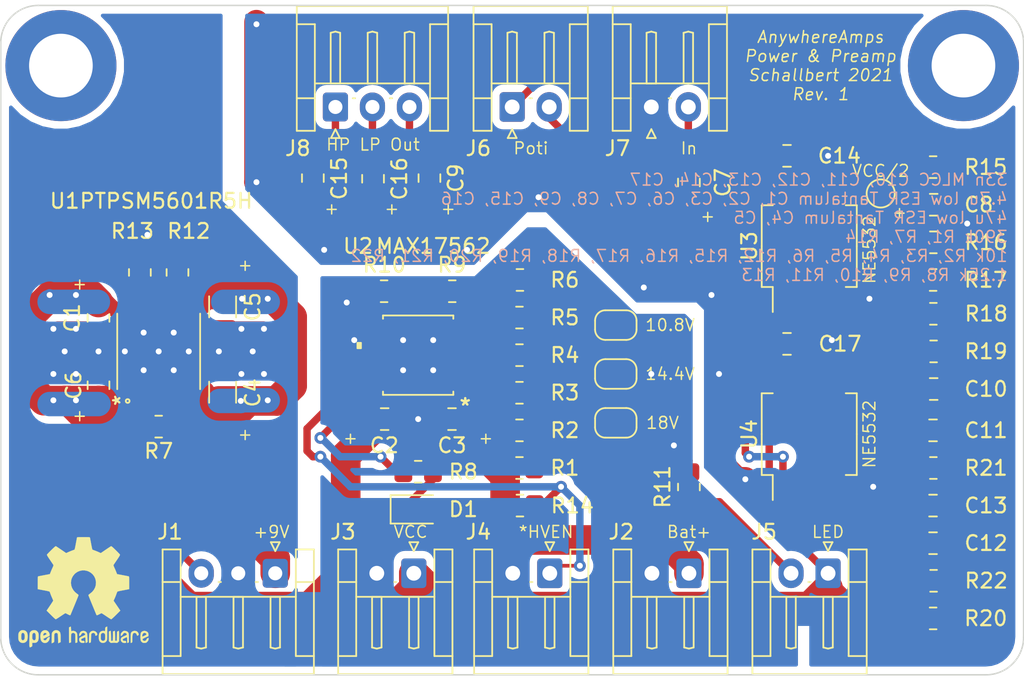
<source format=kicad_pcb>
(kicad_pcb (version 20171130) (host pcbnew "(5.1.10)-1")
  (title_block (rev 1))
  (layers (0 Front signal) (31 Back signal) (34 B.Paste user) (35 F.Paste user) (36 B.SilkS user) (37 F.SilkS user) (38 B.Mask user) (39 F.Mask user) (44 Edge.Cuts user))
  (net 0 "")
  (net 1 VCC)
  (net 2 GND)
  (net 3 +BATT)
  (net 4 +9V)
  (net 5 AudioIn)
  (net 6 "Net-(C8-Pad1)")
  (net 7 AudioOut)
  (net 8 PreampOut)
  (net 9 "Net-(C10-Pad1)")
  (net 10 "Net-(C11-Pad2)")
  (net 11 "Net-(C11-Pad1)")
  (net 12 "Net-(C12-Pad1)")
  (net 13 "Net-(C13-Pad2)")
  (net 14 GNDA)
  (net 15 HP_Out)
  (net 16 LP_Out)
  (net 17 "Net-(D1-Pad1)")
  (net 18 *HVEN)
  (net 19 "Net-(J5-Pad2)")
  (net 20 Poti)
  (net 21 "Net-(JP1-Pad1)")
  (net 22 "Net-(JP2-Pad1)")
  (net 23 "Net-(JP3-Pad1)")
  (net 24 FB)
  (net 25 UVLO)
  (net 26 *FLAG)
  (net 27 "Net-(U1-Pad13)")
  (net 28 "Net-(U1-Pad12)")
  (net 29 "Net-(U1-Pad11)")
  (net 30 "Net-(U1-Pad6)")
  (net 31 "Net-(U1-Pad5)")
  (net 32 "Net-(U1-Pad4)")
  (net 33 "Net-(U1-Pad3)")
  (net 34 EN)
  (net 35 "Net-(R2-Pad2)")
  (net 36 "Net-(R3-Pad1)")
  (net 37 SETI)
  (net 38 "Net-(C15-Pad1)")
  (net 39 "Net-(C7-Pad1)")
  (net 40 "Net-(R10-Pad2)")
  (module Connector_JST:JST_EH_S3B-EH_1x03_P2.50mm_Horizontal (layer Front) (at 119.888 139.954 180)
    (fp_text reference J1 (at 7.112 2.794) (layer F.SilkS))
    (fp_text value +9V)
    (pad 3 thru_hole oval (at 5 0 180) (size 1.7 1.95) (drill 0.95) (layers *.Cu *.Mask) (net 34 EN))
    (pad 2 thru_hole oval (at 2.5 0 180) (size 1.7 1.95) (drill 0.95) (layers *.Cu *.Mask) (net 2 GND))
    (pad 1 thru_hole roundrect (at 0 0 180) (size 1.7 1.95) (drill 0.95) (layers *.Cu *.Mask) (roundrect_rratio 0.1470588235294118) (net 4 +9V))
  )
  (module Symbol:OSHW-Logo2_9.8x8mm_SilkScreen (layer Front) (at 106.934 141.224)
    (fp_text reference REF** hide)
    (fp_text value OSHW-Logo2_9.8x8mm_SilkScreen hide)
  )
  (module MountingHole:MountingHole_4.3mm_M4_DIN965_Pad_TopBottom (layer Front) (at 166.37 105.664)
    (fp_text reference REF** hide)
    (fp_text value MountingHole_4.3mm_M4_DIN965_Pad_TopBottom)
    (pad 1 connect circle (at 0 0) (size 7.5 7.5) (layers Back B.Mask))
    (pad 1 connect circle (at 0 0) (size 7.5 7.5) (layers Front F.Mask))
    (pad 1 thru_hole circle (at 0 0) (size 4.7 4.7) (drill 4.3) (layers *.Cu *.Mask))
  )
  (module MountingHole:MountingHole_4.3mm_M4_DIN965_Pad_TopBottom (layer Front) (at 105.41 105.664)
    (fp_text reference REF** hide)
    (fp_text value MountingHole_4.3mm_M4_DIN965_Pad_TopBottom hide)
    (pad 1 connect circle (at 0 0) (size 7.5 7.5) (layers Back B.Mask))
    (pad 1 connect circle (at 0 0) (size 7.5 7.5) (layers Front F.Mask))
    (pad 1 thru_hole circle (at 0 0) (size 4.7 4.7) (drill 4.3) (layers *.Cu *.Mask))
  )
  (module Package_SO:SO-8_5.3x6.2mm_P1.27mm (layer Front) (at 155.956 130.556 90)
    (fp_text reference U4 (at 0 -4.05 90) (layer F.SilkS))
    (fp_text value NE5532)
    (pad 1 smd roundrect (at -3.5 -1.905 90) (size 1.9 0.6) (layers Front F.Paste F.Mask) (net 38 "Net-(C15-Pad1)"))
    (pad 2 smd roundrect (at -3.5 -0.635 90) (size 1.9 0.6) (layers Front F.Paste F.Mask) (net 38 "Net-(C15-Pad1)"))
    (pad 3 smd roundrect (at -3.5 0.635 90) (size 1.9 0.6) (layers Front F.Paste F.Mask) (net 12 "Net-(C12-Pad1)"))
    (pad 4 smd roundrect (at -3.5 1.905 90) (size 1.9 0.6) (layers Front F.Paste F.Mask) (net 2 GND))
    (pad 5 smd roundrect (at 3.5 1.905 90) (size 1.9 0.6) (layers Front F.Paste F.Mask) (net 13 "Net-(C13-Pad2)"))
    (pad 6 smd roundrect (at 3.5 0.635 90) (size 1.9 0.6) (layers Front F.Paste F.Mask) (net 11 "Net-(C11-Pad1)"))
    (pad 7 smd roundrect (at 3.5 -0.635 90) (size 1.9 0.6) (layers Front F.Paste F.Mask) (net 11 "Net-(C11-Pad1)"))
    (pad 8 smd roundrect (at 3.5 -1.905 90) (size 1.9 0.6) (layers Front F.Paste F.Mask) (net 1 VCC))
  )
  (module Package_SO:SO-8_5.3x6.2mm_P1.27mm (layer Front) (at 155.956 117.856 90)
    (fp_text reference U3 (at 0 -4.05 90) (layer F.SilkS))
    (fp_text value NE5532)
    (pad 1 smd roundrect (at -3.5 -1.905 90) (size 1.9 0.6) (layers Front F.Paste F.Mask) (net 8 PreampOut))
    (pad 2 smd roundrect (at -3.5 -0.635 90) (size 1.9 0.6) (layers Front F.Paste F.Mask) (net 20 Poti))
    (pad 3 smd roundrect (at -3.5 0.635 90) (size 1.9 0.6) (layers Front F.Paste F.Mask) (net 39 "Net-(C7-Pad1)"))
    (pad 4 smd roundrect (at -3.5 1.905 90) (size 1.9 0.6) (layers Front F.Paste F.Mask) (net 2 GND))
    (pad 5 smd roundrect (at 3.5 1.905 90) (size 1.9 0.6) (layers Front F.Paste F.Mask) (net 6 "Net-(C8-Pad1)"))
    (pad 6 smd roundrect (at 3.5 0.635 90) (size 1.9 0.6) (layers Front F.Paste F.Mask) (net 14 GNDA))
    (pad 7 smd roundrect (at 3.5 -0.635 90) (size 1.9 0.6) (layers Front F.Paste F.Mask) (net 14 GNDA))
    (pad 8 smd roundrect (at 3.5 -1.905 90) (size 1.9 0.6) (layers Front F.Paste F.Mask) (net 1 VCC))
  )
  (module Capacitor_SMD:C_0805_2012Metric_Pad1.18x1.45mm_HandSolder (layer Front) (at 147.828 113.5595 90)
    (fp_text reference C7 (at 0 2.286 90) (layer F.SilkS))
    (fp_text value 4.7u)
    (pad 2 smd roundrect (at 1.0375 0 90) (size 1.175 1.45) (layers Front F.Paste F.Mask) (roundrect_rratio 0.212766) (net 5 AudioIn))
    (pad 1 smd roundrect (at -1.0375 0 90) (size 1.175 1.45) (layers Front F.Paste F.Mask) (roundrect_rratio 0.212766) (net 39 "Net-(C7-Pad1)"))
  )
  (module Capacitor_SMD:C_1206_3216Metric_Pad1.33x1.80mm_HandSolder (layer Front) (at 116.332 121.9585 270)
    (fp_text reference C5 (at 0 -2.032 90) (layer F.SilkS))
    (fp_text value 47u)
    (pad 2 smd roundrect (at 1.5625 0 270) (size 1.325 1.8) (layers Front F.Paste F.Mask) (roundrect_rratio 0.188679) (net 2 GND))
    (pad 1 smd roundrect (at -1.5625 0 270) (size 1.325 1.8) (layers Front F.Paste F.Mask) (roundrect_rratio 0.188679) (net 4 +9V))
  )
  (module Capacitor_SMD:C_1206_3216Metric_Pad1.33x1.80mm_HandSolder (layer Front) (at 116.332 127.7235 90)
    (fp_text reference C4 (at -0.0385 2.032 90) (layer F.SilkS))
    (fp_text value 47u)
    (pad 2 smd roundrect (at 1.5625 0 90) (size 1.325 1.8) (layers Front F.Paste F.Mask) (roundrect_rratio 0.188679) (net 2 GND))
    (pad 1 smd roundrect (at -1.5625 0 90) (size 1.325 1.8) (layers Front F.Paste F.Mask) (roundrect_rratio 0.188679) (net 4 +9V))
  )
  (module Capacitor_SMD:C_0805_2012Metric_Pad1.18x1.45mm_HandSolder (layer Front) (at 126.492 113.3055 90)
    (fp_text reference C16 (at 0 1.778 90) (layer F.SilkS))
    (fp_text value 4.7u)
    (pad 2 smd roundrect (at 1.0375 0 90) (size 1.175 1.45) (layers Front F.Paste F.Mask) (roundrect_rratio 0.212766) (net 16 LP_Out))
    (pad 1 smd roundrect (at -1.0375 0 90) (size 1.175 1.45) (layers Front F.Paste F.Mask) (roundrect_rratio 0.212766) (net 11 "Net-(C11-Pad1)"))
  )
  (module Capacitor_SMD:C_0805_2012Metric_Pad1.18x1.45mm_HandSolder (layer Front) (at 122.428 113.2625 90)
    (fp_text reference C15 (at -0.0215 1.778 90) (layer F.SilkS))
    (fp_text value 4.7u)
    (pad 2 smd roundrect (at 1.0375 0 90) (size 1.175 1.45) (layers Front F.Paste F.Mask) (roundrect_rratio 0.212766) (net 15 HP_Out))
    (pad 1 smd roundrect (at -1.0375 0 90) (size 1.175 1.45) (layers Front F.Paste F.Mask) (roundrect_rratio 0.212766) (net 38 "Net-(C15-Pad1)"))
  )
  (module Capacitor_SMD:C_0805_2012Metric_Pad1.18x1.45mm_HandSolder (layer Front) (at 130.302 113.2625 90)
    (fp_text reference C9 (at 0 1.778 90) (layer F.SilkS))
    (fp_text value 4.7u)
    (pad 2 smd roundrect (at 1.0375 0 90) (size 1.175 1.45) (layers Front F.Paste F.Mask) (roundrect_rratio 0.212766) (net 7 AudioOut))
    (pad 1 smd roundrect (at -1.0375 0 90) (size 1.175 1.45) (layers Front F.Paste F.Mask) (roundrect_rratio 0.212766) (net 8 PreampOut))
  )
  (module Capacitor_SMD:C_0805_2012Metric_Pad1.18x1.45mm_HandSolder (layer Front) (at 164.3595 115.062)
    (fp_text reference C8 (at 3.048 0) (layer F.SilkS))
    (fp_text value 4.7u)
    (pad 2 smd roundrect (at 1.0375 0) (size 1.175 1.45) (layers Front F.Paste F.Mask) (roundrect_rratio 0.212766) (net 2 GND))
    (pad 1 smd roundrect (at -1.0375 0) (size 1.175 1.45) (layers Front F.Paste F.Mask) (roundrect_rratio 0.212766) (net 6 "Net-(C8-Pad1)"))
  )
  (module Capacitor_SMD:C_0805_2012Metric_Pad1.18x1.45mm_HandSolder (layer Front) (at 107.95 127.254 90)
    (fp_text reference C6 (at 0 -1.68 90) (layer F.SilkS))
    (fp_text value 4.7u)
    (pad 2 smd roundrect (at 1.0375 0 90) (size 1.175 1.45) (layers Front F.Paste F.Mask) (roundrect_rratio 0.212766) (net 2 GND))
    (pad 1 smd roundrect (at -1.0375 0 90) (size 1.175 1.45) (layers Front F.Paste F.Mask) (roundrect_rratio 0.212766) (net 1 VCC))
  )
  (module Capacitor_SMD:C_0805_2012Metric_Pad1.18x1.45mm_HandSolder (layer Front) (at 131.826 129.54 180)
    (fp_text reference C3 (at 0 -1.778) (layer F.SilkS))
    (fp_text value 4.7u)
    (pad 2 smd roundrect (at 1.0375 0 180) (size 1.175 1.45) (layers Front F.Paste F.Mask) (roundrect_rratio 0.212766) (net 2 GND))
    (pad 1 smd roundrect (at -1.0375 0 180) (size 1.175 1.45) (layers Front F.Paste F.Mask) (roundrect_rratio 0.212766) (net 3 +BATT))
  )
  (module Capacitor_SMD:C_0805_2012Metric_Pad1.18x1.45mm_HandSolder (layer Front) (at 127.2755 129.54)
    (fp_text reference C2 (at -0.0215 1.778) (layer F.SilkS))
    (fp_text value 4.7u)
    (pad 2 smd roundrect (at 1.0375 0) (size 1.175 1.45) (layers Front F.Paste F.Mask) (roundrect_rratio 0.212766) (net 2 GND))
    (pad 1 smd roundrect (at -1.0375 0) (size 1.175 1.45) (layers Front F.Paste F.Mask) (roundrect_rratio 0.212766) (net 1 VCC))
  )
  (module Capacitor_SMD:C_0805_2012Metric_Pad1.18x1.45mm_HandSolder (layer Front) (at 107.95 122.7035 90)
    (fp_text reference C1 (at 0 -1.778 90) (layer F.SilkS))
    (fp_text value 4.7u)
    (pad 2 smd roundrect (at 1.0375 0 90) (size 1.175 1.45) (layers Front F.Paste F.Mask) (roundrect_rratio 0.212766) (net 1 VCC))
    (pad 1 smd roundrect (at -1.0375 0 90) (size 1.175 1.45) (layers Front F.Paste F.Mask) (roundrect_rratio 0.212766) (net 2 GND))
  )
  (module Connector_JST:JST_EH_S2B-EH_1x02_P2.50mm_Horizontal (layer Front) (at 138.43 139.954 180)
    (fp_text reference J4 (at 4.826 2.794) (layer F.SilkS))
    (fp_text value Switch)
    (pad 2 thru_hole oval (at 2.5 0 180) (size 1.7 2) (drill 1) (layers *.Cu *.Mask) (net 2 GND))
    (pad 1 thru_hole roundrect (at 0 0 180) (size 1.7 2) (drill 1) (layers *.Cu *.Mask) (roundrect_rratio 0.1470588235294118) (net 18 *HVEN))
  )
  (module 9VReg:PTPSM5601R5HRDAR (layer Front) (at 112.014 124.968 90)
    (fp_text reference U1 (at 10.16 -6.35 180) (layer F.SilkS))
    (fp_text value PTPSM5601R5H (at 10.16 0.508 180) (layer F.SilkS))
    (fp_poly (pts (xy -0.700001 -2.54) (xy -0.749998 -2.250001) (xy -0.750001 -1.3) (xy -0.800001 -1.25) (xy -1.2 -1.25) (xy -1.25 -1.2) (xy -1.25 1.2) (xy -1.2 1.25) (xy -0.800001 1.25) (xy -0.749996 1.3) (xy -0.750001 2.250001) (xy -0.7 2.54) (xy 0.7 2.54) (xy 0.750001 2.250001) (xy 0.750001 1.3) (xy 0.800001 1.25) (xy 1.2 1.25) (xy 1.25 1.2) (xy 1.25 -1.2) (xy 1.2 -1.25) (xy 0.800001 -1.25) (xy 0.749996 -1.3) (xy 0.750001 -2.250001) (xy 0.700001 -2.54)) (layer Front) (width 0.1))
    (fp_text user * (at -3.302 -2.54 90) (layer F.SilkS))
    (pad 1 smd rect (at -2.000001 -2.145 90) (size 1.4 0.499999) (layers Front F.Paste F.Mask) (net 1 VCC))
    (pad 2 smd rect (at -2.35 -1.17 90) (size 0.700001 0.349999) (layers Front F.Paste F.Mask) (net 34 EN))
    (pad 3 smd rect (at -2.35 -0.519999 90) (size 0.700001 0.349999) (layers Front F.Paste F.Mask) (net 33 "Net-(U1-Pad3)"))
    (pad 4 smd rect (at -2.35 0.13 90) (size 0.700001 0.349999) (layers Front F.Paste F.Mask) (net 32 "Net-(U1-Pad4)"))
    (pad 5 smd rect (at -2.35 0.780001 90) (size 0.700001 0.349999) (layers Front F.Paste F.Mask) (net 31 "Net-(U1-Pad5)"))
    (pad 6 smd rect (at -2.35 1.430002 90) (size 0.700001 0.349999) (layers Front F.Paste F.Mask) (net 30 "Net-(U1-Pad6)"))
    (pad 7 smd rect (at -2.000001 2.154999 90) (size 1.4 0.499999) (layers Front F.Paste F.Mask) (net 4 +9V))
    (pad 8 smd rect (at 2.000001 2.154999 90) (size 1.4 0.499999) (layers Front F.Paste F.Mask) (net 4 +9V))
    (pad 9 smd rect (at 2.35 1.43 90) (size 0.700001 0.349999) (layers Front F.Paste F.Mask) (net 24 FB))
    (pad 10 smd rect (at 2.35 0.780001 90) (size 0.700001 0.349999) (layers Front F.Paste F.Mask) (net 2 GND))
    (pad 11 smd rect (at 2.35 0.13 90) (size 0.700001 0.349999) (layers Front F.Paste F.Mask) (net 29 "Net-(U1-Pad11)"))
    (pad 12 smd rect (at 2.35 -0.519999 90) (size 0.700001 0.349999) (layers Front F.Paste F.Mask) (net 28 "Net-(U1-Pad12)"))
    (pad 13 smd rect (at 2.35 -1.17 90) (size 0.700001 0.349999) (layers Front F.Paste F.Mask) (net 27 "Net-(U1-Pad13)"))
    (pad 14 smd rect (at 2.000001 -2.145 90) (size 1.4 0.499999) (layers Front F.Paste F.Mask) (net 1 VCC))
    (pad 15 smd circle (at 0 0 90) (size 2.25 2.25) (layers Front F.Paste F.Mask) (net 2 GND))
  )
  (module MAX17562:MAX17562AUD&plus_ (layer Front) (at 129.54 125.222 180)
    (fp_text reference U2 (at 4.064 7.366 180) (layer F.SilkS))
    (fp_text value MAX17562 (at -1.016 7.366 180) (layer F.SilkS))
    (fp_text user * (at -3.17855 -3.4478 180) (layer F.SilkS))
    (fp_text user * (at -3.17855 -3.4478 180) (layer F.SilkS))
    (pad 1 smd rect (at -2.924548 -1.950001 180) (size 1.353299 0.3548) (layers Front F.Paste F.Mask) (net 3 +BATT))
    (pad 2 smd rect (at -2.924548 -1.3 180) (size 1.353299 0.3548) (layers Front F.Paste F.Mask) (net 3 +BATT))
    (pad 3 smd rect (at -2.924548 -0.649999 180) (size 1.353299 0.3548) (layers Front F.Paste F.Mask) (net 3 +BATT))
    (pad 4 smd rect (at -2.924548 0 180) (size 1.353299 0.3548) (layers Front F.Paste F.Mask) (net 25 UVLO))
    (pad 5 smd rect (at -2.924548 0.649999 180) (size 1.353299 0.3548) (layers Front F.Paste F.Mask) (net 2 GND))
    (pad 6 smd rect (at -2.924548 1.3 180) (size 1.353299 0.3548) (layers Front F.Paste F.Mask) (net 37 SETI))
    (pad 7 smd rect (at -2.924548 1.949999 180) (size 1.353299 0.3548) (layers Front F.Paste F.Mask) (net 2 GND))
    (pad 8 smd rect (at 2.924548 1.950001 180) (size 1.353299 0.3548) (layers Front F.Paste F.Mask) (net 18 *HVEN))
    (pad 9 smd rect (at 2.924548 1.3 180) (size 1.353299 0.3548) (layers Front F.Paste F.Mask) (net 2 GND))
    (pad 10 smd rect (at 2.924548 0.650001 180) (size 1.353299 0.3548) (layers Front F.Paste F.Mask) (net 2 GND))
    (pad 11 smd rect (at 2.924548 0 180) (size 1.353299 0.3548) (layers Front F.Paste F.Mask) (net 26 *FLAG))
    (pad 12 smd rect (at 2.924548 -0.649999 180) (size 1.353299 0.3548) (layers Front F.Paste F.Mask) (net 1 VCC))
    (pad 13 smd rect (at 2.924548 -1.3 180) (size 1.353299 0.3548) (layers Front F.Paste F.Mask) (net 1 VCC))
    (pad 14 smd rect (at 2.924548 -1.949999 180) (size 1.353299 0.3548) (layers Front F.Paste F.Mask) (net 1 VCC))
    (pad EPAD smd rect (at 0 0 180) (size 3.0988 3.0988) (layers Front F.Paste F.Mask) (net 2 GND))
  )
  (module TestPoint:TestPoint_Pad_D1.5mm (layer Front) (at 160.782 114.3)
    (fp_text reference TP1 hide)
    (fp_text value TestPoint)
    (pad 1 smd circle (at 0 0) (size 1.5 1.5) (layers Front F.Mask) (net 14 GNDA))
  )
  (module Capacitor_SMD:C_0805_2012Metric_Pad1.18x1.45mm_HandSolder (layer Front) (at 164.3165 130.302)
    (fp_text reference C11 (at 3.5775 0) (layer F.SilkS))
    (fp_text value 33n)
    (pad 2 smd roundrect (at 1.0375 0) (size 1.175 1.45) (layers Front F.Paste F.Mask) (roundrect_rratio 0.2127659574468085) (net 10 "Net-(C11-Pad2)"))
    (pad 1 smd roundrect (at -1.0375 0) (size 1.175 1.45) (layers Front F.Paste F.Mask) (roundrect_rratio 0.2127659574468085) (net 11 "Net-(C11-Pad1)"))
  )
  (module Resistor_SMD:R_0805_2012Metric_Pad1.20x1.40mm_HandSolder (layer Front) (at 164.322 143.002 180)
    (fp_text reference R20 (at -3.556 0) (layer F.SilkS))
    (fp_text value 10k)
    (pad 2 smd roundrect (at 1 0 180) (size 1.2 1.4) (layers Front F.Paste F.Mask) (roundrect_rratio 0.2083325) (net 38 "Net-(C15-Pad1)"))
    (pad 1 smd roundrect (at -1 0 180) (size 1.2 1.4) (layers Front F.Paste F.Mask) (roundrect_rratio 0.2083325) (net 9 "Net-(C10-Pad1)"))
  )
  (module Capacitor_SMD:C_0805_2012Metric_Pad1.18x1.45mm_HandSolder (layer Front) (at 154.4535 124.46 180)
    (fp_text reference C17 (at -3.5775 0) (layer F.SilkS))
    (fp_text value 33n)
    (pad 2 smd roundrect (at 1.0375 0 180) (size 1.175 1.45) (layers Front F.Paste F.Mask) (roundrect_rratio 0.2127659574468085) (net 1 VCC))
    (pad 1 smd roundrect (at -1.0375 0 180) (size 1.175 1.45) (layers Front F.Paste F.Mask) (roundrect_rratio 0.2127659574468085) (net 2 GND))
  )
  (module Capacitor_SMD:C_0805_2012Metric_Pad1.18x1.45mm_HandSolder (layer Front) (at 154.4535 111.76)
    (fp_text reference C14 (at 3.5345 0) (layer F.SilkS))
    (fp_text value 33n)
    (pad 2 smd roundrect (at 1.0375 0) (size 1.175 1.45) (layers Front F.Paste F.Mask) (roundrect_rratio 0.2127659574468085) (net 2 GND))
    (pad 1 smd roundrect (at -1.0375 0) (size 1.175 1.45) (layers Front F.Paste F.Mask) (roundrect_rratio 0.2127659574468085) (net 1 VCC))
  )
  (module Resistor_SMD:R_0805_2012Metric_Pad1.20x1.40mm_HandSolder (layer Front) (at 136.382 122.682)
    (fp_text reference R5 (at 3.064 0) (layer F.SilkS))
    (fp_text value 10k)
    (pad 1 smd roundrect (at -1 0) (size 1.2 1.4) (layers Front F.Paste F.Mask) (roundrect_rratio 0.2083325) (net 21 "Net-(JP1-Pad1)"))
    (pad 2 smd roundrect (at 1 0) (size 1.2 1.4) (layers Front F.Paste F.Mask) (roundrect_rratio 0.2083325) (net 22 "Net-(JP2-Pad1)"))
  )
  (module Resistor_SMD:R_0805_2012Metric_Pad1.20x1.40mm_HandSolder (layer Front) (at 136.414 120.142)
    (fp_text reference R6 (at 3.032 0) (layer F.SilkS))
    (fp_text value 10k)
    (pad 1 smd roundrect (at -1 0) (size 1.2 1.4) (layers Front F.Paste F.Mask) (roundrect_rratio 0.2083325) (net 22 "Net-(JP2-Pad1)"))
    (pad 2 smd roundrect (at 1 0) (size 1.2 1.4) (layers Front F.Paste F.Mask) (roundrect_rratio 0.2083325) (net 23 "Net-(JP3-Pad1)"))
  )
  (module Resistor_SMD:R_0805_2012Metric_Pad1.20x1.40mm_HandSolder (layer Front) (at 164.354 124.968 180)
    (fp_text reference R19 (at -3.54 0) (layer F.SilkS))
    (fp_text value 10k)
    (pad 1 smd roundrect (at -1 0 180) (size 1.2 1.4) (layers Front F.Paste F.Mask) (roundrect_rratio 0.2083325) (net 10 "Net-(C11-Pad2)"))
    (pad 2 smd roundrect (at 1 0 180) (size 1.2 1.4) (layers Front F.Paste F.Mask) (roundrect_rratio 0.2083325) (net 8 PreampOut))
  )
  (module LED_SMD:LED_0805_2012Metric_Pad1.15x1.40mm_HandSolder (layer Front) (at 129.54 135.636)
    (fp_text reference D1 (at 3.048 0) (layer F.SilkS))
    (fp_text value Fault)
    (pad 2 smd roundrect (at 1.025 0) (size 1.15 1.4) (layers Front F.Paste F.Mask) (roundrect_rratio 0.2173904347826087) (net 3 +BATT))
    (pad 1 smd roundrect (at -1.025 0) (size 1.15 1.4) (layers Front F.Paste F.Mask) (roundrect_rratio 0.2173904347826087) (net 17 "Net-(D1-Pad1)"))
  )
  (module Resistor_SMD:R_0805_2012Metric_Pad1.20x1.40mm_HandSolder (layer Front) (at 127.238 120.904)
    (fp_text reference R10 (at 0.016 -1.778) (layer F.SilkS))
    (fp_text value 1.25k)
    (pad 2 smd roundrect (at 1 0) (size 1.2 1.4) (layers Front F.Paste F.Mask) (roundrect_rratio 0.2083325) (net 40 "Net-(R10-Pad2)"))
    (pad 1 smd roundrect (at -1 0) (size 1.2 1.4) (layers Front F.Paste F.Mask) (roundrect_rratio 0.2083325) (net 2 GND))
  )
  (module Resistor_SMD:R_0805_2012Metric_Pad1.20x1.40mm_HandSolder (layer Front) (at 112.014 130.048 180)
    (fp_text reference R7 (at 0 -1.65) (layer F.SilkS))
    (fp_text value 390k)
    (pad 2 smd roundrect (at 1 0 180) (size 1.2 1.4) (layers Front F.Paste F.Mask) (roundrect_rratio 0.2083325) (net 1 VCC))
    (pad 1 smd roundrect (at -1 0 180) (size 1.2 1.4) (layers Front F.Paste F.Mask) (roundrect_rratio 0.2083325) (net 34 EN))
  )
  (module Connector_JST:JST_EH_S3B-EH_1x03_P2.50mm_Horizontal (layer Front) (at 123.952 108.458)
    (fp_text reference J8 (at -2.54 2.794) (layer F.SilkS))
    (fp_text value Audio_Out)
    (pad 3 thru_hole oval (at 5 0) (size 1.7 1.95) (drill 0.95) (layers *.Cu *.Mask) (net 7 AudioOut))
    (pad 2 thru_hole oval (at 2.5 0) (size 1.7 1.95) (drill 0.95) (layers *.Cu *.Mask) (net 16 LP_Out))
    (pad 1 thru_hole roundrect (at 0 0) (size 1.7 1.95) (drill 0.95) (layers *.Cu *.Mask) (roundrect_rratio 0.1470588235294118) (net 15 HP_Out))
  )
  (module Resistor_SMD:R_0805_2012Metric_Pad1.20x1.40mm_HandSolder (layer Front) (at 164.354 140.462)
    (fp_text reference R22 (at 3.556 0) (layer F.SilkS))
    (fp_text value 10k)
    (pad 2 smd roundrect (at 1 0) (size 1.2 1.4) (layers Front F.Paste F.Mask) (roundrect_rratio 0.2083325) (net 14 GNDA))
    (pad 1 smd roundrect (at -1 0) (size 1.2 1.4) (layers Front F.Paste F.Mask) (roundrect_rratio 0.2083325) (net 12 "Net-(C12-Pad1)"))
  )
  (module Resistor_SMD:R_0805_2012Metric_Pad1.20x1.40mm_HandSolder (layer Front) (at 164.338 132.842)
    (fp_text reference R21 (at 3.556 0) (layer F.SilkS))
    (fp_text value 10k)
    (pad 1 smd roundrect (at -1 0) (size 1.2 1.4) (layers Front F.Paste F.Mask) (roundrect_rratio 0.2083325) (net 13 "Net-(C13-Pad2)"))
    (pad 2 smd roundrect (at 1 0) (size 1.2 1.4) (layers Front F.Paste F.Mask) (roundrect_rratio 0.2083325) (net 10 "Net-(C11-Pad2)"))
  )
  (module Resistor_SMD:R_0805_2012Metric_Pad1.20x1.40mm_HandSolder (layer Front) (at 164.338 122.428)
    (fp_text reference R18 (at 3.572 0) (layer F.SilkS))
    (fp_text value 10k)
    (pad 2 smd roundrect (at 1 0) (size 1.2 1.4) (layers Front F.Paste F.Mask) (roundrect_rratio 0.2083325) (net 14 GNDA))
    (pad 1 smd roundrect (at -1 0) (size 1.2 1.4) (layers Front F.Paste F.Mask) (roundrect_rratio 0.2083325) (net 20 Poti))
  )
  (module Resistor_SMD:R_0805_2012Metric_Pad1.20x1.40mm_HandSolder (layer Front) (at 164.322 120.142)
    (fp_text reference R17 (at 3.556 0) (layer F.SilkS))
    (fp_text value 10k)
    (pad 1 smd roundrect (at -1 0) (size 1.2 1.4) (layers Front F.Paste F.Mask) (roundrect_rratio 0.2083325) (net 39 "Net-(C7-Pad1)"))
    (pad 2 smd roundrect (at 1 0) (size 1.2 1.4) (layers Front F.Paste F.Mask) (roundrect_rratio 0.2083325) (net 14 GNDA))
  )
  (module Resistor_SMD:R_0805_2012Metric_Pad1.20x1.40mm_HandSolder (layer Front) (at 164.338 117.602 180)
    (fp_text reference R16 (at -3.556 0) (layer F.SilkS))
    (fp_text value 10k)
    (pad 2 smd roundrect (at 1 0 180) (size 1.2 1.4) (layers Front F.Paste F.Mask) (roundrect_rratio 0.2083325) (net 6 "Net-(C8-Pad1)"))
    (pad 1 smd roundrect (at -1 0 180) (size 1.2 1.4) (layers Front F.Paste F.Mask) (roundrect_rratio 0.2083325) (net 2 GND))
  )
  (module Resistor_SMD:R_0805_2012Metric_Pad1.20x1.40mm_HandSolder (layer Front) (at 164.322 112.522)
    (fp_text reference R15 (at 3.556 0 180) (layer F.SilkS))
    (fp_text value 10k)
    (pad 2 smd roundrect (at 1 0) (size 1.2 1.4) (layers Front F.Paste F.Mask) (roundrect_rratio 0.2083325) (net 1 VCC))
    (pad 1 smd roundrect (at -1 0) (size 1.2 1.4) (layers Front F.Paste F.Mask) (roundrect_rratio 0.2083325) (net 6 "Net-(C8-Pad1)"))
  )
  (module Resistor_SMD:R_0805_2012Metric_Pad1.20x1.40mm_HandSolder (layer Front) (at 136.414 135.382 180)
    (fp_text reference R14 (at -3.54 0) (layer F.SilkS))
    (fp_text value 390k)
    (pad 1 smd roundrect (at -1 0 180) (size 1.2 1.4) (layers Front F.Paste F.Mask) (roundrect_rratio 0.2083325) (net 18 *HVEN))
    (pad 2 smd roundrect (at 1 0 180) (size 1.2 1.4) (layers Front F.Paste F.Mask) (roundrect_rratio 0.2083325) (net 3 +BATT))
  )
  (module Resistor_SMD:R_0805_2012Metric_Pad1.20x1.40mm_HandSolder (layer Front) (at 147.828 134.128 270)
    (fp_text reference R11 (at -0.016 1.778 90) (layer F.SilkS))
    (fp_text value 1.25k)
    (pad 1 smd roundrect (at -1 0 270) (size 1.2 1.4) (layers Front F.Paste F.Mask) (roundrect_rratio 0.2083325) (net 2 GND))
    (pad 2 smd roundrect (at 1 0 270) (size 1.2 1.4) (layers Front F.Paste F.Mask) (roundrect_rratio 0.2083325) (net 19 "Net-(J5-Pad2)"))
  )
  (module Resistor_SMD:R_0805_2012Metric_Pad1.20x1.40mm_HandSolder (layer Front) (at 129.54 133.096 180)
    (fp_text reference R8 (at -3.048 0) (layer F.SilkS))
    (fp_text value 1.25k)
    (pad 1 smd roundrect (at -1 0 180) (size 1.2 1.4) (layers Front F.Paste F.Mask) (roundrect_rratio 0.2083325) (net 17 "Net-(D1-Pad1)"))
    (pad 2 smd roundrect (at 1 0 180) (size 1.2 1.4) (layers Front F.Paste F.Mask) (roundrect_rratio 0.2083325) (net 26 *FLAG))
  )
  (module Resistor_SMD:R_0805_2012Metric_Pad1.20x1.40mm_HandSolder (layer Front) (at 131.842 120.904)
    (fp_text reference R9 (at -0.016 -1.778) (layer F.SilkS))
    (fp_text value 1.25k)
    (pad 1 smd roundrect (at -1 0) (size 1.2 1.4) (layers Front F.Paste F.Mask) (roundrect_rratio 0.2083325) (net 40 "Net-(R10-Pad2)"))
    (pad 2 smd roundrect (at 1 0) (size 1.2 1.4) (layers Front F.Paste F.Mask) (roundrect_rratio 0.2083325) (net 37 SETI))
  )
  (module Resistor_SMD:R_0805_2012Metric_Pad1.20x1.40mm_HandSolder (layer Front) (at 136.382 125.222)
    (fp_text reference R4 (at 3.064 0) (layer F.SilkS))
    (fp_text value 10k)
    (pad 1 smd roundrect (at -1 0) (size 1.2 1.4) (layers Front F.Paste F.Mask) (roundrect_rratio 0.2083325) (net 36 "Net-(R3-Pad1)"))
    (pad 2 smd roundrect (at 1 0) (size 1.2 1.4) (layers Front F.Paste F.Mask) (roundrect_rratio 0.2083325) (net 21 "Net-(JP1-Pad1)"))
  )
  (module Resistor_SMD:R_0805_2012Metric_Pad1.20x1.40mm_HandSolder (layer Front) (at 136.382 127.762 180)
    (fp_text reference R3 (at -3.064 0) (layer F.SilkS))
    (fp_text value 10k)
    (pad 1 smd roundrect (at -1 0 180) (size 1.2 1.4) (layers Front F.Paste F.Mask) (roundrect_rratio 0.2083325) (net 36 "Net-(R3-Pad1)"))
    (pad 2 smd roundrect (at 1 0 180) (size 1.2 1.4) (layers Front F.Paste F.Mask) (roundrect_rratio 0.2083325) (net 35 "Net-(R2-Pad2)"))
  )
  (module Resistor_SMD:R_0805_2012Metric_Pad1.20x1.40mm_HandSolder (layer Front) (at 136.382 130.302)
    (fp_text reference R2 (at 3.064 0) (layer F.SilkS))
    (fp_text value 10k)
    (pad 1 smd roundrect (at -1 0) (size 1.2 1.4) (layers Front F.Paste F.Mask) (roundrect_rratio 0.2083325) (net 25 UVLO))
    (pad 2 smd roundrect (at 1 0) (size 1.2 1.4) (layers Front F.Paste F.Mask) (roundrect_rratio 0.2083325) (net 35 "Net-(R2-Pad2)"))
  )
  (module Resistor_SMD:R_0805_2012Metric_Pad1.20x1.40mm_HandSolder (layer Front) (at 136.382 132.842 180)
    (fp_text reference R1 (at -3.064 0) (layer F.SilkS))
    (fp_text value 390k)
    (pad 1 smd roundrect (at -1 0 180) (size 1.2 1.4) (layers Front F.Paste F.Mask) (roundrect_rratio 0.2083325) (net 25 UVLO))
    (pad 2 smd roundrect (at 1 0 180) (size 1.2 1.4) (layers Front F.Paste F.Mask) (roundrect_rratio 0.2083325) (net 3 +BATT))
  )
  (module Resistor_SMD:R_0805_2012Metric_Pad1.20x1.40mm_HandSolder (layer Front) (at 110.744 119.634 90)
    (fp_text reference R13 (at 2.794 -0.508) (layer F.SilkS))
    (fp_text value 1.25k)
    (pad 1 smd roundrect (at -1 0 90) (size 1.2 1.4) (layers Front F.Paste F.Mask) (roundrect_rratio 0.2083325) (net 24 FB))
    (pad 2 smd roundrect (at 1 0 90) (size 1.2 1.4) (layers Front F.Paste F.Mask) (roundrect_rratio 0.2083325) (net 2 GND))
  )
  (module Resistor_SMD:R_0805_2012Metric_Pad1.20x1.40mm_HandSolder (layer Front) (at 113.284 119.634 270)
    (fp_text reference R12 (at -2.794 -0.762) (layer F.SilkS))
    (fp_text value 10k)
    (pad 1 smd roundrect (at -1 0 270) (size 1.2 1.4) (layers Front F.Paste F.Mask) (roundrect_rratio 0.2083325) (net 4 +9V))
    (pad 2 smd roundrect (at 1 0 270) (size 1.2 1.4) (layers Front F.Paste F.Mask) (roundrect_rratio 0.2083325) (net 24 FB))
  )
  (module Jumper:SolderJumper-2_P1.3mm_Open_RoundedPad1.0x1.5mm (layer Front) (at 142.89 123.19)
    (fp_text reference JP3 hide)
    (fp_text value 10.8V)
    (pad 2 smd custom (at 0.65 0) (size 1 0.5) (layers Front F.Mask) (net 2 GND) (options (clearance outline) (anchor rect)) (primitives (gr_circle (center 0 0.25) (end 0.5 0.25) (width 0)) (gr_circle (center 0 -0.25) (end 0.5 -0.25) (width 0)) (gr_poly (pts (xy 0 -0.75) (xy -0.5 -0.75) (xy -0.5 0.75) (xy 0 0.75)) (width 0))))
    (pad 1 smd custom (at -0.65 0) (size 1 0.5) (layers Front F.Mask) (net 23 "Net-(JP3-Pad1)") (options (clearance outline) (anchor rect)) (primitives (gr_circle (center 0 0.25) (end 0.5 0.25) (width 0)) (gr_circle (center 0 -0.25) (end 0.5 -0.25) (width 0)) (gr_poly (pts (xy 0 -0.75) (xy 0.5 -0.75) (xy 0.5 0.75) (xy 0 0.75)) (width 0))))
  )
  (module Jumper:SolderJumper-2_P1.3mm_Open_RoundedPad1.0x1.5mm (layer Front) (at 142.89 126.492)
    (fp_text reference JP2 hide)
    (fp_text value 14.4V)
    (pad 2 smd custom (at 0.65 0) (size 1 0.5) (layers Front F.Mask) (net 2 GND) (options (clearance outline) (anchor rect)) (primitives (gr_circle (center 0 0.25) (end 0.5 0.25) (width 0)) (gr_circle (center 0 -0.25) (end 0.5 -0.25) (width 0)) (gr_poly (pts (xy 0 -0.75) (xy -0.5 -0.75) (xy -0.5 0.75) (xy 0 0.75)) (width 0))))
    (pad 1 smd custom (at -0.65 0) (size 1 0.5) (layers Front F.Mask) (net 22 "Net-(JP2-Pad1)") (options (clearance outline) (anchor rect)) (primitives (gr_circle (center 0 0.25) (end 0.5 0.25) (width 0)) (gr_circle (center 0 -0.25) (end 0.5 -0.25) (width 0)) (gr_poly (pts (xy 0 -0.75) (xy 0.5 -0.75) (xy 0.5 0.75) (xy 0 0.75)) (width 0))))
  )
  (module Jumper:SolderJumper-2_P1.3mm_Open_RoundedPad1.0x1.5mm (layer Front) (at 142.89 129.794)
    (fp_text reference JP1 hide)
    (fp_text value 18V)
    (pad 2 smd custom (at 0.65 0) (size 1 0.5) (layers Front F.Mask) (net 2 GND) (options (clearance outline) (anchor rect)) (primitives (gr_circle (center 0 0.25) (end 0.5 0.25) (width 0)) (gr_circle (center 0 -0.25) (end 0.5 -0.25) (width 0)) (gr_poly (pts (xy 0 -0.75) (xy -0.5 -0.75) (xy -0.5 0.75) (xy 0 0.75)) (width 0))))
    (pad 1 smd custom (at -0.65 0) (size 1 0.5) (layers Front F.Mask) (net 21 "Net-(JP1-Pad1)") (options (clearance outline) (anchor rect)) (primitives (gr_circle (center 0 0.25) (end 0.5 0.25) (width 0)) (gr_circle (center 0 -0.25) (end 0.5 -0.25) (width 0)) (gr_poly (pts (xy 0 -0.75) (xy 0.5 -0.75) (xy 0.5 0.75) (xy 0 0.75)) (width 0))))
  )
  (module Connector_JST:JST_EH_S2B-EH_1x02_P2.50mm_Horizontal (layer Front) (at 145.288 108.458)
    (fp_text reference J7 (at -2.286 2.794) (layer F.SilkS))
    (fp_text value Audio_In)
    (pad 1 thru_hole roundrect (at 0 0) (size 1.7 2) (drill 1) (layers *.Cu *.Mask) (roundrect_rratio 0.1470588235294118) (net 2 GND))
    (pad 2 thru_hole oval (at 2.5 0) (size 1.7 2) (drill 1) (layers *.Cu *.Mask) (net 5 AudioIn))
  )
  (module Connector_JST:JST_EH_S2B-EH_1x02_P2.50mm_Horizontal (layer Front) (at 135.89 108.458)
    (fp_text reference J6 (at -2.286 2.794) (layer F.SilkS))
    (fp_text value POTI)
    (pad 2 thru_hole oval (at 2.5 0) (size 1.7 2) (drill 1) (layers *.Cu *.Mask) (net 8 PreampOut))
    (pad 1 thru_hole roundrect (at 0 0) (size 1.7 2) (drill 1) (layers *.Cu *.Mask) (roundrect_rratio 0.1470588235294118) (net 20 Poti))
  )
  (module Connector_JST:JST_EH_S2B-EH_1x02_P2.50mm_Horizontal (layer Front) (at 157.226 139.954 180)
    (fp_text reference J5 (at 4.318 2.794) (layer F.SilkS))
    (fp_text value "Pwr LED")
    (pad 2 thru_hole oval (at 2.5 0 180) (size 1.7 2) (drill 1) (layers *.Cu *.Mask) (net 19 "Net-(J5-Pad2)"))
    (pad 1 thru_hole roundrect (at 0 0 180) (size 1.7 2) (drill 1) (layers *.Cu *.Mask) (roundrect_rratio 0.1470588235294118) (net 1 VCC))
  )
  (module Connector_JST:JST_EH_S2B-EH_1x02_P2.50mm_Horizontal (layer Front) (at 129.246 139.954 180)
    (fp_text reference J3 (at 4.786 2.794) (layer F.SilkS))
    (fp_text value VCC)
    (pad 2 thru_hole oval (at 2.5 0 180) (size 1.7 2) (drill 1) (layers *.Cu *.Mask) (net 2 GND))
    (pad 1 thru_hole roundrect (at 0 0 180) (size 1.7 2) (drill 1) (layers *.Cu *.Mask) (roundrect_rratio 0.1470588235294118) (net 1 VCC))
  )
  (module Connector_JST:JST_EH_S2B-EH_1x02_P2.50mm_Horizontal (layer Front) (at 147.828 139.954 180)
    (fp_text reference J2 (at 4.572 2.794) (layer F.SilkS))
    (fp_text value Battery)
    (pad 2 thru_hole oval (at 2.5 0 180) (size 1.7 2) (drill 1) (layers *.Cu *.Mask) (net 2 GND))
    (pad 1 thru_hole roundrect (at 0 0 180) (size 1.7 2) (drill 1) (layers *.Cu *.Mask) (roundrect_rratio 0.1470588235294118) (net 3 +BATT))
  )
  (module Capacitor_SMD:C_0805_2012Metric_Pad1.18x1.45mm_HandSolder (layer Front) (at 164.3165 135.382 180)
    (fp_text reference C13 (at -3.5775 0) (layer F.SilkS))
    (fp_text value 33n)
    (pad 2 smd roundrect (at 1.0375 0 180) (size 1.175 1.45) (layers Front F.Paste F.Mask) (roundrect_rratio 0.2127659574468085) (net 13 "Net-(C13-Pad2)"))
    (pad 1 smd roundrect (at -1.0375 0 180) (size 1.175 1.45) (layers Front F.Paste F.Mask) (roundrect_rratio 0.2127659574468085) (net 14 GNDA))
  )
  (module Capacitor_SMD:C_0805_2012Metric_Pad1.18x1.45mm_HandSolder (layer Front) (at 164.3165 137.922)
    (fp_text reference C12 (at 3.5775 0) (layer F.SilkS))
    (fp_text value 33n)
    (pad 1 smd roundrect (at -1.0375 0) (size 1.175 1.45) (layers Front F.Paste F.Mask) (roundrect_rratio 0.2127659574468085) (net 12 "Net-(C12-Pad1)"))
    (pad 2 smd roundrect (at 1.0375 0) (size 1.175 1.45) (layers Front F.Paste F.Mask) (roundrect_rratio 0.2127659574468085) (net 9 "Net-(C10-Pad1)"))
  )
  (module Capacitor_SMD:C_0805_2012Metric_Pad1.18x1.45mm_HandSolder (layer Front) (at 164.3595 127.508 180)
    (fp_text reference C10 (at -3.5345 0) (layer F.SilkS))
    (fp_text value 33n)
    (pad 1 smd roundrect (at -1.0375 0 180) (size 1.175 1.45) (layers Front F.Paste F.Mask) (roundrect_rratio 0.2127659574468085) (net 9 "Net-(C10-Pad1)"))
    (pad 2 smd roundrect (at 1.0375 0 180) (size 1.175 1.45) (layers Front F.Paste F.Mask) (roundrect_rratio 0.2127659574468085) (net 8 PreampOut))
  )
  (gr_text "33n MLCC C10, C11, C12, C13, C14, C17\n4.7u low ESR Tantalum C1, C2, C3, C6, C7, C8, C9, C15, C16\n47u low ESR Tantalum C4, C5\n390k R1, R7, R14\n10k R2, R3, R4, R5, R6, R12, R15, R16, R17, R18, R19, R20, R21, R22\n1.25k R8, R9, R10, R11, R13" (at 169.418 116.586) (layer B.SilkS) (effects (font (size 0.8 0.8) (thickness 0.1)) (justify left mirror)))
  (gr_text + (at 124.968 130.81) (layer F.SilkS) (effects (font (size 0.8 0.8) (thickness 0.1))))
  (gr_text + (at 134.112 130.81) (layer F.SilkS) (effects (font (size 0.8 0.8) (thickness 0.1))))
  (gr_text + (at 106.68 120.396) (layer F.SilkS) (effects (font (size 0.8 0.8) (thickness 0.1))))
  (gr_text + (at 106.68 129.286) (layer F.SilkS) (effects (font (size 0.8 0.8) (thickness 0.1))))
  (gr_text + (at 117.856 119.126) (layer F.SilkS) (effects (font (size 0.8 0.8) (thickness 0.1))))
  (gr_text + (at 117.856 130.556) (layer F.SilkS) (effects (font (size 0.8 0.8) (thickness 0.1))))
  (gr_text + (at 123.698 115.316) (layer F.SilkS) (effects (font (size 0.8 0.8) (thickness 0.1))))
  (gr_text + (at 127.762 115.316) (layer F.SilkS) (effects (font (size 0.8 0.8) (thickness 0.1))))
  (gr_text + (at 131.572 115.316) (layer F.SilkS) (effects (font (size 0.8 0.8) (thickness 0.1))))
  (gr_text + (at 149.098 115.824) (layer F.SilkS) (effects (font (size 0.8 0.8) (thickness 0.1))))
  (gr_text + (at 162.052 115.57) (layer F.SilkS) (effects (font (size 0.8 0.8) (thickness 0.1))))
  (gr_text VCC/2 (at 160.782 112.776) (layer F.SilkS) (effects (font (size 0.8 0.8) (thickness 0.1))))
  (gr_text 18V (at 146.05 129.794) (layer F.SilkS) (effects (font (size 0.8 0.8) (thickness 0.1))))
  (gr_text 14.4V (at 146.558 126.492) (layer F.SilkS) (effects (font (size 0.8 0.8) (thickness 0.1))))
  (gr_text 10.8V (at 146.558 123.19) (layer F.SilkS) (effects (font (size 0.8 0.8) (thickness 0.1))))
  (gr_text "AnywhereAmps\nPower & Preamp\nSchallbert 2021\nRev. 1" (at 156.718 105.664) (layer F.SilkS) (effects (font (size 0.8 0.8) (thickness 0.1) italic)))
  (gr_text "In\n" (at 147.828 111.252) (layer F.SilkS) (effects (font (size 0.8 0.8) (thickness 0.1))))
  (gr_text Poti (at 137.16 111.252) (layer F.SilkS) (effects (font (size 0.8 0.8) (thickness 0.1))))
  (gr_text "HP LP Out" (at 126.492 110.998) (layer F.SilkS) (effects (font (size 0.8 0.8) (thickness 0.1))))
  (gr_text NE5532 (at 160.02 118.11 90) (layer F.SilkS) (effects (font (size 0.8 0.8) (thickness 0.1))))
  (gr_text NE5532 (at 160.02 130.556 90) (layer F.SilkS) (effects (font (size 0.8 0.8) (thickness 0.1))))
  (gr_text "LED\n" (at 157.226 137.16) (layer F.SilkS) (effects (font (size 0.8 0.8) (thickness 0.1))))
  (gr_text "Bat+\n" (at 147.828 137.16) (layer F.SilkS) (effects (font (size 0.8 0.8) (thickness 0.1))))
  (gr_text *HVEN (at 138.176 137.16) (layer F.SilkS) (effects (font (size 0.8 0.8) (thickness 0.1))))
  (gr_text VCC (at 129.032 137.16) (layer F.SilkS) (effects (font (size 0.8 0.8) (thickness 0.1))))
  (gr_text +9V (at 119.634 137.16) (layer F.SilkS) (effects (font (size 0.8 0.8) (thickness 0.1))))
  (gr_arc (start 167.894 104.14) (end 170.434 104.14) (angle -90) (layer Edge.Cuts) (width 0.1))
  (gr_arc (start 103.886 104.14) (end 103.886 101.6) (angle -90) (layer Edge.Cuts) (width 0.1))
  (gr_arc (start 103.886 144.272) (end 101.346 144.272) (angle -90) (layer Edge.Cuts) (width 0.1))
  (gr_arc (start 167.894 144.272) (end 167.894 146.812) (angle -90) (layer Edge.Cuts) (width 0.1))
  (gr_line (start 170.434 104.14) (end 170.434 144.272) (layer Edge.Cuts) (width 0.1))
  (gr_line (start 103.886 101.6) (end 167.894 101.6) (layer Edge.Cuts) (width 0.1))
  (gr_line (start 101.346 144.272) (end 101.346 104.14) (layer Edge.Cuts) (width 0.1))
  (gr_line (start 167.894 146.812) (end 103.886 146.812) (layer Edge.Cuts) (width 0.1))
  (segment (start 154.051 113.933522) (end 154.051 114.356) (width 0.25) (layer Front) (net 1))
  (segment (start 154.051 114.356) (end 154.051 113.406) (width 0.5) (layer Front) (net 1))
  (segment (start 108.524001 128.313) (end 109.869 126.968001) (width 1) (layer Front) (net 1))
  (segment (start 107.95 128.313) (end 108.524001 128.313) (width 1) (layer Front) (net 1))
  (segment (start 108.524001 121.623) (end 109.869 122.967999) (width 1) (layer Front) (net 1))
  (segment (start 107.95 121.623) (end 108.524001 121.623) (width 1) (layer Front) (net 1))
  (segment (start 115.85901 141.44299) (end 115.27299 142.02901) (width 0.25) (layer Front) (net 1))
  (segment (start 157.226 140.326375) (end 157.226 139.954) (width 1.65) (layer Front) (net 1))
  (via (at 104.902 128.27) (size 0.8) (drill 0.4) (layers Front Back) (net 1))
  (segment (start 116.16299 141.30899) (end 116.88301 142.02901) (width 0.25) (layer Front) (net 1))
  (via (at 104.648 121.158) (size 0.8) (drill 0.4) (layers Front Back) (net 1))
  (via (at 106.426 121.158) (size 0.8) (drill 0.4) (layers Front Back) (net 1))
  (via (at 106.426 128.27) (size 0.8) (drill 0.4) (layers Front Back) (net 1))
  (segment (start 106.469 121.623) (end 104.648 121.623) (width 1.65) (layer Back) (net 1))
  (segment (start 106.469 121.623) (end 107.907 121.623) (width 1.65) (layer Back) (net 1))
  (segment (start 104.648 128.524) (end 106.426 128.524) (width 1.65) (layer Back) (net 1))
  (segment (start 106.479999 128.524) (end 107.95 128.524) (width 1.65) (layer Back) (net 1))
  (segment (start 153.25099 135.97899) (end 157.226 139.954) (width 0.5) (layer Front) (net 1))
  (segment (start 153.25099 127.60201) (end 153.25099 135.97899) (width 0.5) (layer Front) (net 1))
  (segment (start 154.051 126.802) (end 153.25099 127.60201) (width 0.5) (layer Front) (net 1))
  (segment (start 153.416 126.421) (end 154.051 127.056) (width 0.5) (layer Front) (net 1))
  (segment (start 153.416 124.46) (end 153.416 126.421) (width 0.5) (layer Front) (net 1))
  (segment (start 154.051 112.395) (end 153.416 111.76) (width 0.5) (layer Front) (net 1))
  (segment (start 154.051 114.356) (end 154.051 112.395) (width 0.5) (layer Front) (net 1))
  (segment (start 126.238 129.54) (end 126.238 126.903401) (width 2) (layer Front) (net 1))
  (segment (start 126.492 126.649401) (end 126.615452 126.649401) (width 2) (layer Front) (net 1))
  (segment (start 126.238 126.903401) (end 126.492 126.649401) (width 2) (layer Front) (net 1))
  (segment (start 124.64599 139.76801) (end 122.38499 142.02901) (width 2) (layer Front) (net 1))
  (segment (start 124.64599 132.022009) (end 124.64599 139.76801) (width 2) (layer Front) (net 1))
  (segment (start 126.238 130.429999) (end 124.64599 132.022009) (width 2) (layer Front) (net 1))
  (segment (start 126.238 129.54) (end 126.238 130.429999) (width 2) (layer Front) (net 1))
  (segment (start 129.246 140.954) (end 129.246 139.954) (width 2) (layer Front) (net 1))
  (segment (start 127.99599 142.20401) (end 129.246 140.954) (width 2) (layer Front) (net 1))
  (segment (start 114.043148 142.20401) (end 127.99599 142.20401) (width 2) (layer Front) (net 1))
  (segment (start 107.95 136.110862) (end 114.043148 142.20401) (width 2) (layer Front) (net 1))
  (segment (start 155.97599 142.20401) (end 157.226 140.954) (width 2) (layer Front) (net 1))
  (segment (start 131.49601 142.20401) (end 155.97599 142.20401) (width 2) (layer Front) (net 1))
  (segment (start 129.246 139.954) (end 131.49601 142.20401) (width 2) (layer Front) (net 1))
  (segment (start 107.95 129.794) (end 107.95 128.313) (width 2) (layer Front) (net 1))
  (segment (start 107.95 130.302) (end 107.95 136.110862) (width 2) (layer Front) (net 1))
  (segment (start 107.95 129.794) (end 107.95 130.302) (width 2) (layer Front) (net 1))
  (segment (start 153.416 111.76) (end 153.416 111.035) (width 1.65) (layer Front) (net 1))
  (segment (start 153.416 111.035) (end 154.49101 109.95999) (width 1.65) (layer Front) (net 1))
  (segment (start 154.49101 109.95999) (end 157.13934 109.95999) (width 1.65) (layer Front) (net 1))
  (segment (start 157.13934 109.95999) (end 157.16434 109.98499) (width 1.65) (layer Front) (net 1))
  (segment (start 103.251999 122.651999) (end 104.745998 121.158) (width 2) (layer Front) (net 1))
  (segment (start 103.251999 127.284001) (end 103.251999 122.651999) (width 2) (layer Front) (net 1))
  (segment (start 104.259498 128.2915) (end 103.251999 127.284001) (width 2) (layer Front) (net 1))
  (segment (start 107.442 121.158) (end 107.95 121.666) (width 2) (layer Front) (net 1))
  (segment (start 104.745998 121.158) (end 107.442 121.158) (width 2) (layer Front) (net 1))
  (segment (start 105.9395 128.2915) (end 107.95 130.302) (width 2) (layer Front) (net 1))
  (segment (start 107.95 128.2915) (end 105.6425 128.2915) (width 2) (layer Front) (net 1))
  (segment (start 105.6425 128.2915) (end 105.9395 128.2915) (width 2) (layer Front) (net 1))
  (segment (start 105.6425 128.2915) (end 104.259498 128.2915) (width 2) (layer Front) (net 1))
  (segment (start 157.226 139.954) (end 157.226 140.954) (width 1.65) (layer Front) (net 1))
  (segment (start 161.04901 144.77701) (end 157.226 140.954) (width 1.65) (layer Front) (net 1))
  (segment (start 161.56 145.288) (end 161.04901 144.77701) (width 1.65) (layer Front) (net 1))
  (segment (start 167.132 145.288) (end 161.56 145.288) (width 1.65) (layer Front) (net 1))
  (segment (start 168.55953 143.86047) (end 167.132 145.288) (width 1.65) (layer Front) (net 1))
  (segment (start 168.55953 115.15953) (end 168.55953 143.86047) (width 1.65) (layer Front) (net 1))
  (segment (start 165.922 112.522) (end 168.55953 115.15953) (width 1.65) (layer Front) (net 1))
  (segment (start 165.322 112.522) (end 165.322 111.822) (width 1.65) (layer Front) (net 1))
  (segment (start 157.13934 109.95999) (end 159.74399 109.95999) (width 1.65) (layer Front) (net 1))
  (segment (start 159.74399 109.95999) (end 160.274 110.49) (width 1.65) (layer Front) (net 1))
  (segment (start 163.99 110.49) (end 165.322 111.822) (width 1.65) (layer Front) (net 1))
  (segment (start 160.274 110.49) (end 163.99 110.49) (width 1.65) (layer Front) (net 1))
  (segment (start 109.7065 130.048) (end 111.014 130.048) (width 2) (layer Front) (net 1))
  (segment (start 107.95 128.2915) (end 109.7065 130.048) (width 2) (layer Front) (net 1))
  (segment (start 108.808836 128.2915) (end 109.318991 127.781345) (width 2) (layer Front) (net 1))
  (segment (start 107.95 128.2915) (end 108.808836 128.2915) (width 2) (layer Front) (net 1))
  (via (at 118.618 102.87) (size 0.8) (drill 0.4) (layers Front Back) (net 2))
  (via (at 151.638 133.604) (size 0.8) (drill 0.4) (layers Front Back) (net 2))
  (via (at 146.812 131.318) (size 0.8) (drill 0.4) (layers Front Back) (net 2))
  (via (at 157.48 124.206) (size 0.8) (drill 0.4) (layers Front Back) (net 2))
  (via (at 157.226 111.76) (size 0.8) (drill 0.4) (layers Front Back) (net 2))
  (via (at 124.714 121.666) (size 0.8) (drill 0.4) (layers Front Back) (net 2))
  (via (at 104.902 126.492) (size 0.8) (drill 0.4) (layers Front Back) (net 2))
  (via (at 106.426 123.444) (size 0.8) (drill 0.4) (layers Front Back) (net 2))
  (via (at 106.426 126.492) (size 0.8) (drill 0.4) (layers Front Back) (net 2))
  (via (at 105.664 124.968) (size 0.8) (drill 0.4) (layers Front Back) (net 2))
  (via (at 119.126 123.444) (size 0.8) (drill 0.4) (layers Front Back) (net 2))
  (via (at 119.126 126.492) (size 0.8) (drill 0.4) (layers Front Back) (net 2))
  (via (at 117.602 126.492) (size 0.8) (drill 0.4) (layers Front Back) (net 2))
  (via (at 117.602 123.444) (size 0.8) (drill 0.4) (layers Front Back) (net 2))
  (via (at 118.364 124.968) (size 0.8) (drill 0.4) (layers Front Back) (net 2))
  (via (at 107.95 124.968) (size 0.8) (drill 0.4) (layers Front Back) (net 2))
  (via (at 116.078 124.968) (size 0.8) (drill 0.4) (layers Front Back) (net 2))
  (via (at 128.524 124.206) (size 0.8) (drill 0.4) (layers Front Back) (net 2))
  (via (at 130.556 124.206) (size 0.8) (drill 0.4) (layers Front Back) (net 2))
  (via (at 130.556 126.238) (size 0.8) (drill 0.4) (layers Front Back) (net 2))
  (via (at 128.524 126.238) (size 0.8) (drill 0.4) (layers Front Back) (net 2))
  (via (at 166.624 116.332) (size 0.8) (drill 0.4) (layers Front Back) (net 2))
  (via (at 160.274 134.112) (size 0.8) (drill 0.4) (layers Front Back) (net 2))
  (via (at 160.02 121.412) (size 0.8) (drill 0.4) (layers Front Back) (net 2))
  (via (at 104.902 123.444) (size 0.8) (drill 0.4) (layers Front Back) (net 2))
  (via (at 129.54 129.54) (size 0.8) (drill 0.4) (layers Front Back) (net 2))
  (via (at 145.288 126.492) (size 0.8) (drill 0.4) (layers Front Back) (net 2))
  (via (at 125.222 124.206) (size 0.8) (drill 0.4) (layers Front Back) (net 2))
  (segment (start 165.338 117.602) (end 165.354 117.602) (width 0.25) (layer Front) (net 2))
  (segment (start 157.861 121.356) (end 157.861 122.047) (width 0.25) (layer Front) (net 2))
  (via (at 111.252 117.094) (size 0.8) (drill 0.4) (layers Front Back) (net 2))
  (segment (start 157.861 133.802) (end 157.861 134.747) (width 0.25) (layer Front) (net 2))
  (segment (start 128.2915 129.54) (end 128.2915 129.8155) (width 0.5) (layer Front) (net 2))
  (segment (start 130.81 129.54) (end 130.81 129.794) (width 0.5) (layer Front) (net 2))
  (segment (start 126.358852 124.206) (end 126.615452 123.9494) (width 0.5) (layer Front) (net 2))
  (segment (start 125.222 124.206) (end 126.358852 124.206) (width 0.5) (layer Front) (net 2))
  (segment (start 126.276853 124.206) (end 126.615452 124.544599) (width 0.5) (layer Front) (net 2))
  (segment (start 125.222 124.206) (end 126.276853 124.206) (width 0.5) (layer Front) (net 2))
  (segment (start 131.489999 123.272001) (end 129.54 125.222) (width 0.25) (layer Front) (net 2))
  (segment (start 132.464548 123.272001) (end 131.489999 123.272001) (width 0.25) (layer Front) (net 2))
  (segment (start 130.189999 124.572001) (end 129.54 125.222) (width 0.25) (layer Front) (net 2))
  (segment (start 132.464548 124.572001) (end 130.189999 124.572001) (width 0.25) (layer Front) (net 2))
  (segment (start 143.54 123.698) (end 143.54 123.728) (width 0.25) (layer Front) (net 2))
  (segment (start 128.313 129.54) (end 129.54 129.54) (width 0.5) (layer Front) (net 2))
  (segment (start 129.54 129.54) (end 130.81 129.54) (width 0.5) (layer Front) (net 2))
  (segment (start 157.226 124.46) (end 157.48 124.206) (width 0.5) (layer Front) (net 2))
  (segment (start 155.702 124.46) (end 157.226 124.46) (width 0.5) (layer Front) (net 2))
  (segment (start 159.964 121.356) (end 160.02 121.412) (width 0.5) (layer Front) (net 2))
  (segment (start 157.861 121.356) (end 159.964 121.356) (width 0.5) (layer Front) (net 2))
  (segment (start 160.218 134.056) (end 160.274 134.112) (width 0.5) (layer Front) (net 2))
  (segment (start 157.861 134.056) (end 160.218 134.056) (width 0.5) (layer Front) (net 2))
  (segment (start 165.3755 115.0835) (end 166.624 116.332) (width 0.5) (layer Front) (net 2))
  (segment (start 165.3755 115.062) (end 165.3755 115.0835) (width 0.5) (layer Front) (net 2))
  (segment (start 166.608 116.332) (end 165.338 117.602) (width 0.5) (layer Front) (net 2))
  (segment (start 166.624 116.332) (end 166.608 116.332) (width 0.5) (layer Front) (net 2))
  (segment (start 125.476 120.904) (end 124.714 121.666) (width 0.5) (layer Front) (net 2))
  (segment (start 126.238 120.904) (end 125.476 120.904) (width 0.5) (layer Front) (net 2))
  (segment (start 112.794001 122.067999) (end 112.460012 121.73401) (width 0.25) (layer Front) (net 2))
  (segment (start 112.794001 122.618) (end 112.794001 122.067999) (width 0.25) (layer Front) (net 2))
  (segment (start 151.072315 133.604) (end 149.86 132.391685) (width 1.65) (layer Front) (net 2))
  (segment (start 151.638 133.604) (end 151.072315 133.604) (width 1.65) (layer Front) (net 2))
  (segment (start 149.86 132.391685) (end 149.86 126.492) (width 1.65) (layer Front) (net 2))
  (segment (start 149.86 123.444) (end 149.86 121.666) (width 1.65) (layer Front) (net 2))
  (segment (start 149.86 121.666) (end 149.352 121.158) (width 1.65) (layer Front) (net 2))
  (segment (start 143.54 124.744) (end 145.288 126.492) (width 0.5) (layer Front) (net 2))
  (segment (start 143.54 123.19) (end 143.54 124.744) (width 0.5) (layer Front) (net 2))
  (segment (start 143.54 126.492) (end 145.288 126.492) (width 0.5) (layer Front) (net 2))
  (segment (start 143.54 128.24) (end 145.288 126.492) (width 0.5) (layer Front) (net 2))
  (segment (start 143.54 129.794) (end 143.54 128.24) (width 0.5) (layer Front) (net 2))
  (segment (start 148.844 120.65) (end 144.78 120.65) (width 1.65) (layer Front) (net 2))
  (segment (start 144.78 120.65) (end 144.78 120.65) (width 1.65) (layer Front) (net 2))
  (segment (start 138.684 114.554) (end 137.668 114.554) (width 1.65) (layer Front) (net 2))
  (segment (start 136.398 114.554) (end 134.366 116.586) (width 1.65) (layer Front) (net 2))
  (segment (start 134.366 116.586) (end 132.842 118.11) (width 1.65) (layer Front) (net 2))
  (segment (start 132.842 118.11) (end 132.842 118.11) (width 1.65) (layer Front) (net 2))
  (segment (start 123.76265 118.11) (end 123.19 118.11) (width 1.65) (layer Front) (net 2))
  (segment (start 123.19 118.11) (end 118.618 113.538) (width 1.65) (layer Front) (net 2))
  (segment (start 118.618 113.538) (end 118.618 102.72501) (width 1.65) (layer Front) (net 2))
  (segment (start 147.828 132.334) (end 146.812 131.318) (width 0.5) (layer Front) (net 2))
  (segment (start 147.828 133.128) (end 147.828 132.334) (width 0.5) (layer Front) (net 2))
  (segment (start 118.618 113.538) (end 118.618 113.538) (width 1.65) (layer Front) (net 2))
  (via (at 118.618 113.538) (size 0.8) (drill 0.4) (layers Front Back) (net 2))
  (segment (start 123.19 118.11) (end 123.19 118.11) (width 1.65) (layer Front) (net 2))
  (via (at 123.19 118.11) (size 0.8) (drill 0.4) (layers Front Back) (net 2))
  (segment (start 132.842 118.11) (end 123.76265 118.11) (width 1.65) (layer Front) (net 2))
  (via (at 132.842 118.11) (size 0.8) (drill 0.4) (layers Front Back) (net 2))
  (segment (start 137.668 114.554) (end 136.398 114.554) (width 1.65) (layer Front) (net 2))
  (via (at 137.668 114.554) (size 0.8) (drill 0.4) (layers Front Back) (net 2))
  (segment (start 144.78 120.65) (end 138.684 114.554) (width 1.65) (layer Front) (net 2))
  (via (at 144.78 120.65) (size 0.8) (drill 0.4) (layers Front Back) (net 2))
  (segment (start 149.352 121.158) (end 148.844 120.65) (width 1.65) (layer Front) (net 2))
  (via (at 149.352 121.158) (size 0.8) (drill 0.4) (layers Front Back) (net 2))
  (segment (start 149.86 126.492) (end 149.86 123.444) (width 1.65) (layer Front) (net 2))
  (via (at 149.86 126.492) (size 0.8) (drill 0.4) (layers Front Back) (net 2))
  (segment (start 155.491 111.76) (end 157.226 111.76) (width 0.5) (layer Front) (net 2))
  (segment (start 107.95 124.968) (end 109.728 124.968) (width 1.65) (layer Front) (net 2))
  (segment (start 116.078 124.968) (end 114.046 124.968) (width 1.65) (layer Front) (net 2))
  (segment (start 112.014 124.968) (end 112.014 124.968) (width 1.65) (layer Front) (net 2))
  (segment (start 112.014 124.968) (end 112.014 124.968) (width 1.65) (layer Front) (net 2))
  (via (at 112.014 124.968) (size 0.8) (drill 0.4) (layers Front Back) (net 2))
  (segment (start 114.046 124.968) (end 112.014 124.968) (width 1.65) (layer Front) (net 2))
  (via (at 114.046 124.968) (size 0.8) (drill 0.4) (layers Front Back) (net 2))
  (segment (start 109.728 124.968) (end 112.014 124.968) (width 1.65) (layer Front) (net 2))
  (via (at 109.728 124.968) (size 0.8) (drill 0.4) (layers Front Back) (net 2))
  (via (at 110.998 123.698) (size 0.8) (drill 0.4) (layers Front Back) (net 2))
  (via (at 113.03 123.698) (size 0.8) (drill 0.4) (layers Front Back) (net 2))
  (via (at 113.03 126.238) (size 0.8) (drill 0.4) (layers Front Back) (net 2))
  (via (at 110.998 126.238) (size 0.8) (drill 0.4) (layers Front Back) (net 2))
  (segment (start 110.998 123.698) (end 110.998 126.238) (width 0.75) (layer Front) (net 2))
  (segment (start 110.998 126.238) (end 113.03 126.238) (width 0.75) (layer Front) (net 2))
  (segment (start 113.03 126.238) (end 113.03 123.698) (width 0.75) (layer Front) (net 2))
  (segment (start 113.03 123.698) (end 110.998 123.698) (width 0.75) (layer Front) (net 2))
  (segment (start 113.03 123.952) (end 114.046 124.968) (width 0.75) (layer Front) (net 2))
  (segment (start 113.03 123.698) (end 113.03 123.952) (width 0.75) (layer Front) (net 2))
  (segment (start 114.046 125.222) (end 113.03 126.238) (width 0.75) (layer Front) (net 2))
  (segment (start 114.046 124.968) (end 114.046 125.222) (width 0.75) (layer Front) (net 2))
  (segment (start 110.998 126.238) (end 109.728 124.968) (width 0.75) (layer Front) (net 2))
  (segment (start 109.728 124.968) (end 110.998 123.698) (width 0.75) (layer Front) (net 2))
  (segment (start 112.460012 121.73401) (end 112.08201 121.73401) (width 0.25) (layer Front) (net 2))
  (segment (start 112.08201 121.73401) (end 110.491332 121.73401) (width 0.25) (layer Front) (net 2))
  (segment (start 112.08201 121.73401) (end 110.30401 121.73401) (width 0.25) (layer Front) (net 2))
  (segment (start 110.30401 121.73401) (end 110.05001 121.73401) (width 0.25) (layer Front) (net 2))
  (segment (start 110.05001 121.73401) (end 109.474 121.158) (width 0.25) (layer Front) (net 2))
  (segment (start 110.744 118.634) (end 110.474 118.634) (width 0.5) (layer Front) (net 2))
  (segment (start 109.474 119.634) (end 109.474 121.158) (width 0.5) (layer Front) (net 2))
  (segment (start 110.474 118.634) (end 109.474 119.634) (width 0.5) (layer Front) (net 2))
  (segment (start 110.744 117.602) (end 111.252 117.094) (width 0.5) (layer Front) (net 2))
  (segment (start 110.744 118.634) (end 110.744 117.602) (width 0.5) (layer Front) (net 2))
  (segment (start 135.16 135.636) (end 135.414 135.382) (width 0.5) (layer Front) (net 3))
  (segment (start 130.565 135.636) (end 134.906 135.636) (width 0.5) (layer Front) (net 3))
  (segment (start 147.828 139.334138) (end 146.197852 137.70399) (width 2) (layer Front) (net 3))
  (segment (start 147.828 139.954) (end 147.828 139.334138) (width 2) (layer Front) (net 3))
  (segment (start 135.414 136.303336) (end 135.414 135.382) (width 2) (layer Front) (net 3))
  (segment (start 136.814654 137.70399) (end 135.414 136.303336) (width 2) (layer Front) (net 3))
  (segment (start 146.197852 137.70399) (end 136.814654 137.70399) (width 2) (layer Front) (net 3))
  (segment (start 135.414 135.382) (end 135.414 133.382) (width 2) (layer Front) (net 3))
  (segment (start 132.71 130.678) (end 132.71 129.54) (width 2) (layer Front) (net 3))
  (segment (start 135.414 133.382) (end 132.71 130.678) (width 2) (layer Front) (net 3))
  (segment (start 132.71 128.138) (end 132.339401 127.767401) (width 2) (layer Front) (net 3))
  (segment (start 132.71 130.678) (end 132.71 128.138) (width 2) (layer Front) (net 3))
  (segment (start 132.339401 127.767401) (end 132.339401 126.649401) (width 2) (layer Front) (net 3))
  (segment (start 114.369001 122.606999) (end 114.369001 122.967999) (width 1) (layer Front) (net 4))
  (segment (start 115.353 121.623) (end 114.369001 122.606999) (width 1) (layer Front) (net 4))
  (segment (start 116.078 121.623) (end 115.353 121.623) (width 1) (layer Front) (net 4))
  (segment (start 114.369003 127.329003) (end 114.369003 126.968001) (width 1) (layer Front) (net 4))
  (via (at 117.645 121.412) (size 0.8) (drill 0.4) (layers Front Back) (net 4))
  (via (at 119.38 121.412) (size 0.8) (drill 0.4) (layers Front Back) (net 4))
  (via (at 117.559 128.313) (size 0.8) (drill 0.4) (layers Front Back) (net 4))
  (via (at 119.38 128.27) (size 0.8) (drill 0.4) (layers Front Back) (net 4))
  (segment (start 119.38 121.623) (end 117.645 121.623) (width 1.65) (layer Back) (net 4))
  (segment (start 117.645 121.623) (end 116.375 121.623) (width 1.65) (layer Back) (net 4))
  (segment (start 117.602 128.27) (end 117.559 128.313) (width 1.65) (layer Back) (net 4))
  (segment (start 119.38 128.27) (end 117.602 128.27) (width 1.65) (layer Back) (net 4))
  (segment (start 121.030001 127.284001) (end 120.001002 128.313) (width 2) (layer Front) (net 4))
  (segment (start 121.030001 122.651999) (end 121.030001 127.284001) (width 2) (layer Front) (net 4))
  (segment (start 119.888 138.979) (end 119.888 139.954) (width 2) (layer Front) (net 4))
  (segment (start 116.078 135.169) (end 119.888 138.979) (width 2) (layer Front) (net 4))
  (segment (start 116.078 130.302) (end 118.067 128.313) (width 2) (layer Front) (net 4))
  (segment (start 118.067 128.313) (end 116.078 128.313) (width 2) (layer Front) (net 4))
  (segment (start 120.001002 128.313) (end 118.067 128.313) (width 2) (layer Front) (net 4))
  (segment (start 116.078 129.626) (end 116.078 130.81) (width 2) (layer Front) (net 4))
  (segment (start 116.078 130.81) (end 116.078 130.302) (width 2) (layer Front) (net 4))
  (segment (start 116.078 130.81) (end 116.078 135.169) (width 2) (layer Front) (net 4))
  (segment (start 119.536002 121.158) (end 116.078 121.158) (width 2) (layer Front) (net 4))
  (segment (start 121.030001 122.651999) (end 119.536002 121.158) (width 2) (layer Front) (net 4))
  (segment (start 116.078 121.158) (end 116.078 120.92) (width 0.5) (layer Front) (net 4))
  (segment (start 116.078 121.623) (end 116.078 121.158) (width 0.5) (layer Front) (net 4))
  (segment (start 114.57 118.634) (end 113.284 118.634) (width 2) (layer Front) (net 4))
  (segment (start 116.332 120.396) (end 114.57 118.634) (width 2) (layer Front) (net 4))
  (segment (start 117.559 128.313) (end 116.121 128.313) (width 1.65) (layer Back) (net 4))
  (segment (start 114.869003 128.077003) (end 114.869003 127.881839) (width 2) (layer Front) (net 4))
  (segment (start 116.078 129.286) (end 114.869003 128.077003) (width 2) (layer Front) (net 4))
  (segment (start 116.078 130.81) (end 116.078 129.286) (width 2) (layer Front) (net 4))
  (segment (start 147.788 112.693) (end 147.828 112.733) (width 0.5) (layer Front) (net 5))
  (segment (start 147.788 108.458) (end 147.788 112.693) (width 0.5) (layer Front) (net 5))
  (segment (start 163.3005 112.5435) (end 163.322 112.522) (width 0.25) (layer Front) (net 6))
  (segment (start 163.2445 115.118) (end 163.3005 115.062) (width 0.5) (layer Front) (net 6))
  (segment (start 163.322 115.0405) (end 163.3005 115.062) (width 0.5) (layer Front) (net 6))
  (segment (start 163.322 112.522) (end 163.322 115.0405) (width 0.5) (layer Front) (net 6))
  (segment (start 163.3005 117.5645) (end 163.338 117.602) (width 0.5) (layer Front) (net 6))
  (segment (start 163.3005 115.062) (end 163.3005 117.5645) (width 0.5) (layer Front) (net 6))
  (segment (start 157.861 114.356) (end 159.441 112.776) (width 0.5) (layer Front) (net 6))
  (segment (start 159.441 112.776) (end 159.512 112.776) (width 0.5) (layer Front) (net 6))
  (segment (start 159.766 112.522) (end 163.322 112.522) (width 0.5) (layer Front) (net 6))
  (segment (start 159.512 112.776) (end 159.766 112.522) (width 0.5) (layer Front) (net 6))
  (segment (start 128.952 108.458) (end 128.952 110.8965) (width 0.5) (layer Front) (net 7))
  (segment (start 128.952 110.8965) (end 130.302 112.2465) (width 0.5) (layer Front) (net 7))
  (segment (start 138.39 108.458) (end 138.938 108.458) (width 0.25) (layer Front) (net 8))
  (segment (start 163.348989 124.973011) (end 163.354 124.968) (width 0.25) (layer Front) (net 8))
  (segment (start 163.354 127.476) (end 163.322 127.508) (width 0.25) (layer Front) (net 8))
  (segment (start 146.558 116.84) (end 140.208 110.49) (width 0.5) (layer Front) (net 8))
  (segment (start 151.13 116.84) (end 146.558 116.84) (width 0.5) (layer Front) (net 8))
  (segment (start 154.051 119.761) (end 151.13 116.84) (width 0.5) (layer Front) (net 8))
  (segment (start 154.051 121.356) (end 154.051 119.761) (width 0.5) (layer Front) (net 8))
  (segment (start 140.208 110.49) (end 138.176 110.49) (width 0.5) (layer Front) (net 8))
  (segment (start 138.176 110.49) (end 134.1335 110.49) (width 0.5) (layer Front) (net 8))
  (segment (start 163.322 125) (end 163.354 124.968) (width 0.5) (layer Front) (net 8))
  (segment (start 163.322 127.508) (end 163.322 125) (width 0.5) (layer Front) (net 8))
  (segment (start 154.051 121.356) (end 154.051 122.047) (width 0.25) (layer Front) (net 8))
  (segment (start 157.988 123.19) (end 155.194 123.19) (width 0.25) (layer Front) (net 8))
  (segment (start 154.051 122.047) (end 155.194 123.19) (width 0.25) (layer Front) (net 8))
  (segment (start 134.1335 110.49) (end 130.302 114.3215) (width 0.5) (layer Front) (net 8))
  (segment (start 140.208 110.49) (end 139.7 110.49) (width 0.5) (layer Front) (net 8))
  (segment (start 138.39 109.18) (end 139.7 110.49) (width 0.5) (layer Front) (net 8))
  (segment (start 138.39 108.458) (end 138.39 109.18) (width 0.5) (layer Front) (net 8))
  (segment (start 163.354 124.968) (end 159.90299 124.968) (width 0.5) (layer Front) (net 8))
  (segment (start 158.242 123.30701) (end 157.988 123.30701) (width 0.5) (layer Front) (net 8))
  (segment (start 159.90299 124.968) (end 158.242 123.30701) (width 0.5) (layer Front) (net 8))
  (segment (start 164.37899 142.05899) (end 165.322 143.002) (width 0.25) (layer Front) (net 9))
  (segment (start 164.37899 138.89701) (end 164.37899 142.05899) (width 0.25) (layer Front) (net 9))
  (segment (start 165.354 137.922) (end 164.37899 138.89701) (width 0.25) (layer Front) (net 9))
  (segment (start 164.31301 136.88101) (end 165.354 137.922) (width 0.25) (layer Front) (net 9))
  (segment (start 164.31301 129.56499) (end 164.31301 136.88101) (width 0.25) (layer Front) (net 9))
  (segment (start 165.397 128.481) (end 164.31301 129.56499) (width 0.25) (layer Front) (net 9))
  (segment (start 165.397 127.508) (end 165.397 128.481) (width 0.25) (layer Front) (net 9))
  (segment (start 165.354 132.826) (end 165.338 132.842) (width 0.5) (layer Front) (net 10))
  (segment (start 165.354 130.302) (end 165.354 132.826) (width 0.5) (layer Front) (net 10))
  (segment (start 166.48451 129.17149) (end 165.354 130.302) (width 0.5) (layer Front) (net 10))
  (segment (start 166.48451 126.09851) (end 166.48451 129.17149) (width 0.5) (layer Front) (net 10))
  (segment (start 165.354 124.968) (end 166.48451 126.09851) (width 0.5) (layer Front) (net 10))
  (segment (start 156.591 126.242002) (end 156.591 127.056) (width 0.25) (layer Front) (net 11))
  (segment (start 146.05 117.856) (end 139.7 111.506) (width 0.5) (layer Front) (net 11))
  (segment (start 150.368 117.856) (end 146.05 117.856) (width 0.5) (layer Front) (net 11))
  (segment (start 152.654 120.142) (end 150.368 117.856) (width 0.5) (layer Front) (net 11))
  (segment (start 152.654 122.174) (end 152.654 120.142) (width 0.5) (layer Front) (net 11))
  (segment (start 139.7 111.506) (end 134.874 111.506) (width 0.5) (layer Front) (net 11))
  (segment (start 155.321 127.056) (end 156.591 127.056) (width 0.5) (layer Front) (net 11))
  (segment (start 153.3344 122.682) (end 153.162 122.682) (width 0.25) (layer Front) (net 11))
  (segment (start 154.37851 123.72611) (end 153.3344 122.682) (width 0.25) (layer Front) (net 11))
  (segment (start 154.37851 125.04391) (end 154.37851 123.72611) (width 0.25) (layer Front) (net 11))
  (segment (start 155.321 125.9864) (end 154.37851 125.04391) (width 0.25) (layer Front) (net 11))
  (segment (start 155.321 127.056) (end 155.321 125.9864) (width 0.25) (layer Front) (net 11))
  (segment (start 153.162 122.682) (end 152.654 122.174) (width 0.5) (layer Front) (net 11))
  (segment (start 153.416 122.936) (end 153.162 122.682) (width 0.5) (layer Front) (net 11))
  (segment (start 131.52701 114.85299) (end 131.52701 114.969668) (width 0.5) (layer Front) (net 11))
  (segment (start 134.874 111.506) (end 131.52701 114.85299) (width 0.5) (layer Front) (net 11))
  (segment (start 131.52701 114.969668) (end 131.087668 115.40901) (width 0.5) (layer Front) (net 11))
  (segment (start 131.087668 115.40901) (end 127.55801 115.40901) (width 0.5) (layer Front) (net 11))
  (segment (start 127.55801 115.40901) (end 126.492 114.343) (width 0.5) (layer Front) (net 11))
  (segment (start 158.58299 125.60599) (end 163.279 130.302) (width 0.5) (layer Front) (net 11))
  (segment (start 157.09101 125.60599) (end 158.58299 125.60599) (width 0.5) (layer Front) (net 11))
  (segment (start 156.591 126.106) (end 157.09101 125.60599) (width 0.5) (layer Front) (net 11))
  (segment (start 156.591 127.056) (end 156.591 126.106) (width 0.5) (layer Front) (net 11))
  (segment (start 163.279 140.387) (end 163.354 140.462) (width 0.5) (layer Front) (net 12))
  (segment (start 163.279 137.922) (end 163.279 140.387) (width 0.5) (layer Front) (net 12))
  (segment (start 156.591 135.006) (end 156.591 134.056) (width 0.5) (layer Front) (net 12))
  (segment (start 159.507 137.922) (end 156.591 135.006) (width 0.5) (layer Front) (net 12))
  (segment (start 163.279 137.922) (end 159.507 137.922) (width 0.5) (layer Front) (net 12))
  (segment (start 163.14 132.644) (end 163.338 132.842) (width 0.25) (layer Front) (net 13))
  (segment (start 163.338 135.323) (end 163.279 135.382) (width 0.5) (layer Front) (net 13))
  (segment (start 163.338 132.842) (end 163.338 135.323) (width 0.5) (layer Front) (net 13))
  (segment (start 157.861 127.056) (end 157.861 128.143) (width 0.5) (layer Front) (net 13))
  (segment (start 162.56 132.842) (end 163.338 132.842) (width 0.5) (layer Front) (net 13))
  (segment (start 157.861 128.143) (end 162.56 132.842) (width 0.5) (layer Front) (net 13))
  (segment (start 156.591 114.356) (end 155.321 114.356) (width 0.5) (layer Front) (net 14))
  (segment (start 165.322 120.142) (end 165.322 122.682) (width 0.5) (layer Front) (net 14))
  (segment (start 165.322 120.142) (end 165.608 120.142) (width 0.5) (layer Front) (net 14))
  (segment (start 166.98452 133.75148) (end 165.354 135.382) (width 0.5) (layer Front) (net 14))
  (segment (start 165.338 122.428) (end 166.98452 124.07452) (width 0.5) (layer Front) (net 14))
  (segment (start 166.44151 136.46951) (end 166.44151 139.37449) (width 0.5) (layer Front) (net 14))
  (segment (start 166.44151 139.37449) (end 165.354 140.462) (width 0.5) (layer Front) (net 14))
  (segment (start 165.354 135.382) (end 166.44151 136.46951) (width 0.5) (layer Front) (net 14))
  (segment (start 166.98452 124.07452) (end 167.00052 124.07452) (width 0.5) (layer Front) (net 14))
  (segment (start 167.23452 133.50148) (end 166.98452 133.75148) (width 0.5) (layer Front) (net 14))
  (segment (start 167.23452 124.30852) (end 167.23452 133.50148) (width 0.5) (layer Front) (net 14))
  (segment (start 167.00052 124.07452) (end 167.23452 124.30852) (width 0.5) (layer Front) (net 14))
  (segment (start 164.12199 118.94199) (end 165.322 120.142) (width 0.5) (layer Front) (net 14))
  (segment (start 156.591 114.955256) (end 160.577734 118.94199) (width 0.5) (layer Front) (net 14))
  (segment (start 156.591 114.356) (end 156.591 114.955256) (width 0.5) (layer Front) (net 14))
  (segment (start 160.782 117.23398) (end 162.49001 118.94199) (width 0.5) (layer Front) (net 14))
  (segment (start 160.782 114.3) (end 160.782 117.23398) (width 0.5) (layer Front) (net 14))
  (segment (start 162.49001 118.94199) (end 164.12199 118.94199) (width 0.5) (layer Front) (net 14))
  (segment (start 160.577734 118.94199) (end 162.49001 118.94199) (width 0.5) (layer Front) (net 14))
  (segment (start 123.952 108.458) (end 123.952 110.998) (width 0.5) (layer Front) (net 15))
  (segment (start 123.952 110.998) (end 122.682 112.268) (width 0.5) (layer Front) (net 15))
  (segment (start 126.452 112.228) (end 126.492 112.268) (width 0.5) (layer Front) (net 16))
  (segment (start 126.452 108.458) (end 126.452 112.228) (width 0.5) (layer Front) (net 16))
  (segment (start 128.515 135.341) (end 128.556 135.382) (width 0.25) (layer Front) (net 17))
  (segment (start 130.54 133.611) (end 128.515 135.636) (width 0.5) (layer Front) (net 17))
  (segment (start 130.54 133.096) (end 130.54 133.611) (width 0.5) (layer Front) (net 17))
  (via (at 139.192 134.112) (size 0.8) (drill 0.4) (layers Front Back) (net 18))
  (via (at 140.462 139.446) (size 0.8) (drill 0.4) (layers Front Back) (net 18))
  (via (at 122.936 132.08) (size 0.8) (drill 0.4) (layers Front Back) (net 18))
  (segment (start 137.414 135.382) (end 137.668 135.382) (width 0.25) (layer Front) (net 18))
  (segment (start 138.938 139.446) (end 138.43 139.954) (width 0.25) (layer Front) (net 18))
  (segment (start 140.462 139.446) (end 138.938 139.446) (width 0.25) (layer Front) (net 18))
  (segment (start 137.922 135.382) (end 139.192 134.112) (width 0.5) (layer Front) (net 18))
  (segment (start 137.414 135.382) (end 137.922 135.382) (width 0.5) (layer Front) (net 18))
  (segment (start 124.968 134.112) (end 139.192 134.112) (width 0.5) (layer Back) (net 18))
  (segment (start 122.936 132.08) (end 124.968 134.112) (width 0.5) (layer Back) (net 18))
  (segment (start 139.192 134.112) (end 140.462 135.382) (width 0.5) (layer Back) (net 18))
  (segment (start 140.462 135.382) (end 140.462 139.446) (width 0.5) (layer Back) (net 18))
  (segment (start 124.851399 123.244599) (end 126.259579 123.244599) (width 0.5) (layer Front) (net 18))
  (segment (start 123.19 124.905998) (end 124.851399 123.244599) (width 0.5) (layer Front) (net 18))
  (segment (start 123.19 129.032) (end 123.19 124.905998) (width 0.5) (layer Front) (net 18))
  (segment (start 122.035999 131.687999) (end 122.035999 130.186001) (width 0.5) (layer Front) (net 18))
  (segment (start 122.035999 130.186001) (end 123.19 129.032) (width 0.5) (layer Front) (net 18))
  (segment (start 122.428 132.08) (end 122.035999 131.687999) (width 0.5) (layer Front) (net 18))
  (segment (start 122.936 132.08) (end 122.428 132.08) (width 0.5) (layer Front) (net 18))
  (segment (start 149.9 135.128) (end 154.726 139.954) (width 0.5) (layer Front) (net 19))
  (segment (start 147.828 135.128) (end 149.9 135.128) (width 0.5) (layer Front) (net 19))
  (segment (start 155.321 121.778478) (end 156.224522 122.682) (width 0.25) (layer Front) (net 20))
  (segment (start 155.321 121.356) (end 155.321 121.778478) (width 0.25) (layer Front) (net 20))
  (segment (start 156.224522 122.682) (end 159.004 122.682) (width 0.25) (layer Front) (net 20))
  (segment (start 137.668 106.68) (end 135.89 108.458) (width 0.5) (layer Front) (net 20))
  (segment (start 139.446 106.68) (end 137.668 106.68) (width 0.5) (layer Front) (net 20))
  (segment (start 140.716 107.95) (end 139.446 106.68) (width 0.5) (layer Front) (net 20))
  (segment (start 140.716 109.474) (end 140.716 107.95) (width 0.5) (layer Front) (net 20))
  (segment (start 146.60299 115.36099) (end 140.716 109.474) (width 0.5) (layer Front) (net 20))
  (segment (start 146.60299 115.456168) (end 146.60299 115.36099) (width 0.5) (layer Front) (net 20))
  (segment (start 147.042332 115.89551) (end 146.60299 115.456168) (width 0.5) (layer Front) (net 20))
  (segment (start 151.96351 115.89551) (end 147.042332 115.89551) (width 0.5) (layer Front) (net 20))
  (segment (start 155.321 119.253) (end 151.96351 115.89551) (width 0.5) (layer Front) (net 20))
  (segment (start 155.321 121.356) (end 155.321 119.253) (width 0.5) (layer Front) (net 20))
  (segment (start 163.084 122.682) (end 163.338 122.428) (width 0.5) (layer Front) (net 20))
  (segment (start 159.004 122.682) (end 163.084 122.682) (width 0.5) (layer Front) (net 20))
  (segment (start 135.382 123.222) (end 137.382 125.222) (width 0.5) (layer Front) (net 21))
  (segment (start 135.382 122.682) (end 135.382 123.222) (width 0.5) (layer Front) (net 21))
  (segment (start 142.24 129.794) (end 141.732 129.794) (width 0.5) (layer Front) (net 21))
  (segment (start 137.382 125.444) (end 137.382 125.222) (width 0.5) (layer Front) (net 21))
  (segment (start 141.732 129.794) (end 137.382 125.444) (width 0.5) (layer Front) (net 21))
  (segment (start 142.24 126.238) (end 142.24 126.492) (width 0.25) (layer Front) (net 22))
  (segment (start 139.922 125.222) (end 137.382 122.682) (width 0.5) (layer Front) (net 22))
  (segment (start 135.414 120.714) (end 137.382 122.682) (width 0.5) (layer Front) (net 22))
  (segment (start 135.414 120.142) (end 135.414 120.714) (width 0.5) (layer Front) (net 22))
  (segment (start 141.192 126.492) (end 139.922 125.222) (width 0.5) (layer Front) (net 22))
  (segment (start 142.24 126.492) (end 141.192 126.492) (width 0.5) (layer Front) (net 22))
  (segment (start 139.192 121.92) (end 137.414 120.142) (width 0.5) (layer Front) (net 23))
  (segment (start 140.462 123.19) (end 139.192 121.92) (width 0.5) (layer Front) (net 23))
  (segment (start 142.24 123.19) (end 140.462 123.19) (width 0.5) (layer Front) (net 23))
  (segment (start 111.252 120.634) (end 113.792 120.634) (width 0.5) (layer Front) (net 24))
  (segment (start 113.444 120.982) (end 113.444 122.618) (width 0.25) (layer Front) (net 24))
  (segment (start 113.792 120.634) (end 113.444 120.982) (width 0.25) (layer Front) (net 24))
  (segment (start 137.382 132.842) (end 137.382 132.302) (width 0.25) (layer Front) (net 25))
  (segment (start 133.343601 125.222) (end 132.464548 125.222) (width 0.25) (layer Front) (net 25))
  (segment (start 135.382 130.842) (end 137.382 132.842) (width 0.5) (layer Front) (net 25))
  (segment (start 134.21001 129.13001) (end 134.21001 125.863409) (width 0.5) (layer Front) (net 25))
  (segment (start 135.382 130.302) (end 134.21001 129.13001) (width 0.5) (layer Front) (net 25))
  (segment (start 134.21001 125.863409) (end 133.568601 125.222) (width 0.5) (layer Front) (net 25))
  (segment (start 133.568601 125.222) (end 133.343601 125.222) (width 0.5) (layer Front) (net 25))
  (via (at 127 132.08) (size 0.8) (drill 0.4) (layers Front Back) (net 26))
  (segment (start 126.615452 125.222) (end 125.222 125.222) (width 0.25) (layer Front) (net 26))
  (segment (start 123.060051 130.685949) (end 122.936 130.81) (width 0.25) (layer Front) (net 26))
  (segment (start 128.016 133.096) (end 127 132.08) (width 0.5) (layer Front) (net 26))
  (segment (start 128.54 133.096) (end 128.016 133.096) (width 0.5) (layer Front) (net 26))
  (via (at 122.936 130.81) (size 0.8) (drill 0.4) (layers Front Back) (net 26))
  (segment (start 122.936 130.81) (end 122.998002 130.81) (width 0.5) (layer Back) (net 26))
  (segment (start 124.268002 132.08) (end 127 132.08) (width 0.5) (layer Back) (net 26))
  (segment (start 122.998002 130.81) (end 124.268002 132.08) (width 0.5) (layer Back) (net 26))
  (segment (start 124.206 129.54) (end 122.936 130.81) (width 0.5) (layer Front) (net 26))
  (segment (start 124.206 126.238) (end 124.206 129.54) (width 0.5) (layer Front) (net 26))
  (segment (start 125.222 125.222) (end 124.206 126.238) (width 0.5) (layer Front) (net 26))
  (segment (start 110.744 127.418) (end 110.844 127.318) (width 0.25) (layer Front) (net 34))
  (segment (start 113.014 130.048) (end 113.014 129.27) (width 0.5) (layer Front) (net 34))
  (segment (start 113.014 129.27) (end 112.268 128.524) (width 0.5) (layer Front) (net 34))
  (segment (start 110.819001 128.068002) (end 110.819001 127.318) (width 0.5) (layer Front) (net 34))
  (segment (start 111.274999 128.524) (end 110.819001 128.068002) (width 0.5) (layer Front) (net 34))
  (segment (start 112.268 128.524) (end 111.274999 128.524) (width 0.5) (layer Front) (net 34))
  (segment (start 113.014 138.08) (end 114.888 139.954) (width 0.5) (layer Front) (net 34))
  (segment (start 113.014 130.048) (end 113.014 138.08) (width 0.5) (layer Front) (net 34))
  (segment (start 137.382 130.302) (end 137.382 129.762) (width 0.25) (layer Front) (net 35))
  (segment (start 135.382 128.302) (end 137.382 130.302) (width 0.5) (layer Front) (net 35))
  (segment (start 135.382 127.762) (end 135.382 128.302) (width 0.5) (layer Front) (net 35))
  (segment (start 135.382 125.762) (end 137.382 127.762) (width 0.5) (layer Front) (net 36))
  (segment (start 135.382 125.222) (end 135.382 125.762) (width 0.5) (layer Front) (net 36))
  (segment (start 133.641199 121.703199) (end 133.641199 123.914801) (width 0.5) (layer Front) (net 37))
  (segment (start 132.842 120.904) (end 133.641199 121.703199) (width 0.5) (layer Front) (net 37))
  (segment (start 132.625199 123.914801) (end 133.641199 123.914801) (width 0.25) (layer Front) (net 37))
  (segment (start 132.618 123.922) (end 132.625199 123.914801) (width 0.25) (layer Front) (net 37))
  (segment (start 132.464548 123.922) (end 132.618 123.922) (width 0.25) (layer Front) (net 37))
  (segment (start 130.842 120.904) (end 128.238 120.904) (width 0.5) (layer Front) (net 40))
  (segment (start 162.809 143.002) (end 163.322 143.002) (width 0.25) (layer Front) (net 38))
  (segment (start 155.321 133.802) (end 155.321 134.752) (width 0.25) (layer Front) (net 38))
  (segment (start 154.178 133.675) (end 154.051 133.802) (width 0.25) (layer Front) (net 38))
  (via (at 151.892 132.08) (size 0.8) (drill 0.4) (layers Front Back) (net 38))
  (via (at 154.178 132.08) (size 0.8) (drill 0.4) (layers Front Back) (net 38))
  (segment (start 154.178 133.929) (end 154.051 134.056) (width 0.5) (layer Front) (net 38))
  (segment (start 154.178 132.08) (end 154.178 133.929) (width 0.5) (layer Front) (net 38))
  (segment (start 154.051 134.056) (end 155.321 134.056) (width 0.5) (layer Front) (net 38))
  (segment (start 162.722 143.002) (end 163.322 143.002) (width 0.5) (layer Front) (net 38))
  (segment (start 155.321 134.056) (end 155.321 134.839) (width 0.5) (layer Front) (net 38))
  (segment (start 151.638 120.65) (end 151.638 131.826) (width 0.5) (layer Front) (net 38))
  (segment (start 149.86 118.872) (end 151.638 120.65) (width 0.5) (layer Front) (net 38))
  (segment (start 145.542 118.872) (end 149.86 118.872) (width 0.5) (layer Front) (net 38))
  (segment (start 151.638 131.826) (end 151.892 132.08) (width 0.5) (layer Front) (net 38))
  (segment (start 135.636 112.522) (end 139.192 112.522) (width 0.5) (layer Front) (net 38))
  (segment (start 131.826 116.332) (end 135.636 112.522) (width 0.5) (layer Front) (net 38))
  (segment (start 139.192 112.522) (end 145.542 118.872) (width 0.5) (layer Front) (net 38))
  (segment (start 151.892 132.08) (end 154.178 132.08) (width 0.5) (layer Back) (net 38))
  (segment (start 124.671 116.332) (end 131.826 116.332) (width 0.5) (layer Front) (net 38))
  (segment (start 122.682 114.343) (end 124.671 116.332) (width 0.5) (layer Front) (net 38))
  (segment (start 155.321 134.056) (end 155.321 135.255) (width 0.5) (layer Front) (net 38))
  (segment (start 163.068 143.002) (end 163.322 143.002) (width 0.5) (layer Front) (net 38))
  (segment (start 155.321 135.255) (end 163.068 143.002) (width 0.5) (layer Front) (net 38))
  (segment (start 156.591 120.933522) (end 156.591 121.356) (width 0.25) (layer Front) (net 39))
  (segment (start 152.633744 114.808) (end 156.591 118.765256) (width 0.5) (layer Front) (net 39))
  (segment (start 147.828 114.808) (end 152.633744 114.808) (width 0.5) (layer Front) (net 39))
  (segment (start 156.591 119.507) (end 156.591 121.356) (width 0.5) (layer Front) (net 39))
  (segment (start 156.591 118.765256) (end 156.591 119.507) (width 0.5) (layer Front) (net 39))
  (segment (start 158.643256 118.765256) (end 160.02 120.142) (width 0.5) (layer Front) (net 39))
  (segment (start 156.591 118.765256) (end 158.643256 118.765256) (width 0.5) (layer Front) (net 39))
  (segment (start 160.02 120.142) (end 163.322 120.142) (width 0.5) (layer Front) (net 39))
  (zone (net 2) (net_name GND) (layer Front) (connect_pads yes (clearance 0.508)) (min_thickness 0.254) (fill yes (arc_segments 32) (thermal_gap 0.508) (thermal_bridge_width 0.508))
    (polygon (pts (xy 109.728 124.206) (xy 109.728 125.73) (xy 108.458 127) (xy 103.886 127) (xy 103.886 122.936) (xy 108.458 122.936)))
  )
  (zone (net 2) (net_name GND) (layer Front) (connect_pads yes (clearance 0.508)) (min_thickness 0.254) (fill yes (arc_segments 32) (thermal_gap 0.508) (thermal_bridge_width 0.508))
    (polygon (pts (xy 114.3 125.73) (xy 114.3 124.206) (xy 115.57 122.936) (xy 120.142 122.936) (xy 120.142 127) (xy 115.57 127)))
  )
  (zone (net 2) (net_name GND) (layer Back) (connect_pads yes (clearance 0.508)) (min_thickness 0.254) (fill yes (arc_segments 32) (thermal_gap 0.508) (thermal_bridge_width 0.508))
    (polygon (pts (xy 170.434 146.812) (xy 155.956 146.812) (xy 155.956 139.954) (xy 148.844 132.842) (xy 148.844 122.174) (xy 148.336 121.666) (xy 144.272 121.666) (xy 138.176 115.57) (xy 136.906 115.57) (xy 133.35 119.126) (xy 122.936 119.126) (xy 117.856 114.046) (xy 117.856 101.6) (xy 170.434 101.6)))
  )
  (zone (net 2) (net_name GND) (layer Back) (connect_pads yes (clearance 0.508)) (min_thickness 0.254) (fill yes (arc_segments 32) (thermal_gap 0.508) (thermal_bridge_width 0.508))
    (polygon (pts (xy 144.272 122.428) (xy 147.574 122.428) (xy 148.082 122.936) (xy 148.082 133.35) (xy 155.194 140.208) (xy 155.194 146.812) (xy 122.936 146.812) (xy 122.936 119.888) (xy 133.35 119.888) (xy 136.906 116.586) (xy 138.176 116.586)))
  )
  (zone (net 2) (net_name GND) (layer Back) (connect_pads yes (clearance 0.508)) (min_thickness 0.254) (fill yes (arc_segments 32) (thermal_gap 0.508) (thermal_bridge_width 0.508))
    (polygon (pts (xy 116.332 114.808) (xy 121.412 119.888) (xy 121.412 146.812) (xy 101.346 146.812) (xy 101.346 101.6) (xy 116.332 101.6)))
  )
  (zone (net 2) (net_name GND) (layer Back) (connect_pads yes (clearance 0.508)) (min_thickness 0.254) (fill yes (arc_segments 32) (thermal_gap 0.508) (thermal_bridge_width 0.508))
    (polygon (pts (xy 124.206 146.812) (xy 120.396 146.812) (xy 120.396 141.224) (xy 124.206 141.224)))
  )
  (zone (net 2) (net_name GND) (layer Back) (connect_pads yes (clearance 0.508)) (min_thickness 0.254) (fill yes (arc_segments 32) (thermal_gap 0.508) (thermal_bridge_width 0.508))
    (polygon (pts (xy 157.226 141.478) (xy 157.226 143.51) (xy 154.178 143.51) (xy 154.178 141.478)))
  )
)
</source>
